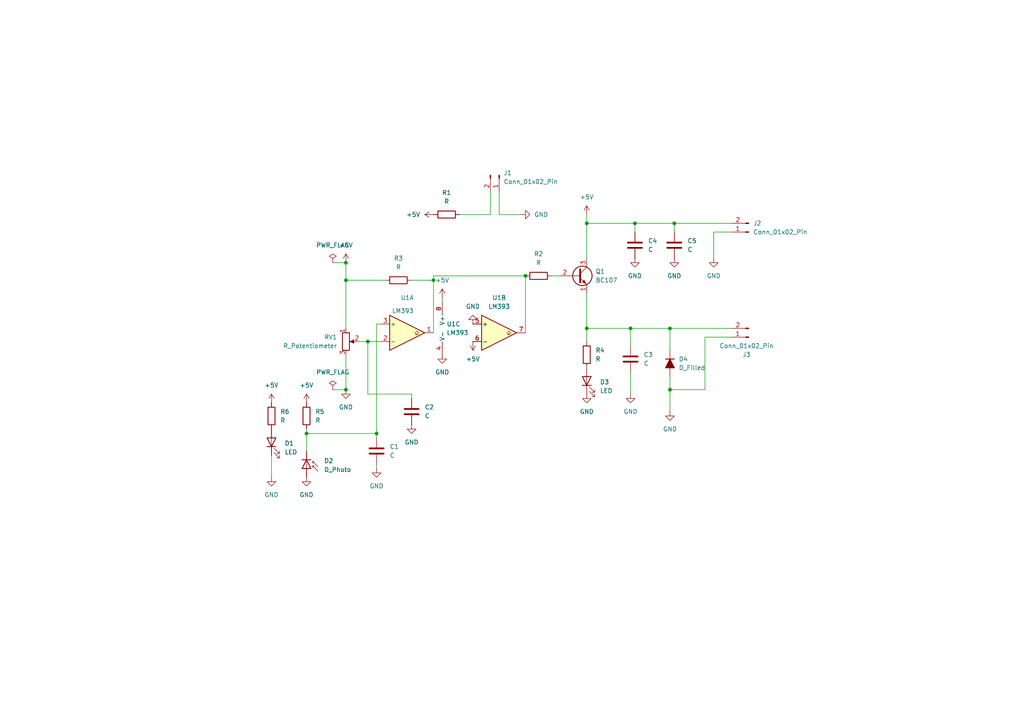
<source format=kicad_sch>
(kicad_sch
	(version 20250114)
	(generator "eeschema")
	(generator_version "9.0")
	(uuid "4dc6cd91-aff0-4d0f-a3d8-a253279f66da")
	(paper "A4")
	(lib_symbols
		(symbol "Comparator:LM393"
			(pin_names
				(offset 0.127)
			)
			(exclude_from_sim no)
			(in_bom yes)
			(on_board yes)
			(property "Reference" "U"
				(at 3.81 3.81 0)
				(effects
					(font
						(size 1.27 1.27)
					)
				)
			)
			(property "Value" "LM393"
				(at 6.35 -3.81 0)
				(effects
					(font
						(size 1.27 1.27)
					)
				)
			)
			(property "Footprint" ""
				(at 0 0 0)
				(effects
					(font
						(size 1.27 1.27)
					)
					(hide yes)
				)
			)
			(property "Datasheet" "http://www.ti.com/lit/ds/symlink/lm393.pdf"
				(at 0 0 0)
				(effects
					(font
						(size 1.27 1.27)
					)
					(hide yes)
				)
			)
			(property "Description" "Low-Power, Low-Offset Voltage, Dual Comparators, DIP-8/SOIC-8/TO-99-8"
				(at 0 0 0)
				(effects
					(font
						(size 1.27 1.27)
					)
					(hide yes)
				)
			)
			(property "ki_locked" ""
				(at 0 0 0)
				(effects
					(font
						(size 1.27 1.27)
					)
				)
			)
			(property "ki_keywords" "cmp open collector"
				(at 0 0 0)
				(effects
					(font
						(size 1.27 1.27)
					)
					(hide yes)
				)
			)
			(property "ki_fp_filters" "SOIC*3.9x4.9mm*P1.27mm* DIP*W7.62mm* SOP*5.28x5.23mm*P1.27mm* VSSOP*3x3mm*P0.65mm* TSSOP*4.4x3mm*P0.65mm*"
				(at 0 0 0)
				(effects
					(font
						(size 1.27 1.27)
					)
					(hide yes)
				)
			)
			(symbol "LM393_1_1"
				(polyline
					(pts
						(xy -5.08 5.08) (xy 5.08 0) (xy -5.08 -5.08) (xy -5.08 5.08)
					)
					(stroke
						(width 0.254)
						(type default)
					)
					(fill
						(type background)
					)
				)
				(polyline
					(pts
						(xy 3.302 -0.508) (xy 2.794 -0.508) (xy 3.302 0) (xy 2.794 0.508) (xy 2.286 0) (xy 2.794 -0.508)
						(xy 2.286 -0.508)
					)
					(stroke
						(width 0.127)
						(type default)
					)
					(fill
						(type none)
					)
				)
				(pin input line
					(at -7.62 2.54 0)
					(length 2.54)
					(name "+"
						(effects
							(font
								(size 1.27 1.27)
							)
						)
					)
					(number "3"
						(effects
							(font
								(size 1.27 1.27)
							)
						)
					)
				)
				(pin input line
					(at -7.62 -2.54 0)
					(length 2.54)
					(name "-"
						(effects
							(font
								(size 1.27 1.27)
							)
						)
					)
					(number "2"
						(effects
							(font
								(size 1.27 1.27)
							)
						)
					)
				)
				(pin open_collector line
					(at 7.62 0 180)
					(length 2.54)
					(name "~"
						(effects
							(font
								(size 1.27 1.27)
							)
						)
					)
					(number "1"
						(effects
							(font
								(size 1.27 1.27)
							)
						)
					)
				)
			)
			(symbol "LM393_2_1"
				(polyline
					(pts
						(xy -5.08 5.08) (xy 5.08 0) (xy -5.08 -5.08) (xy -5.08 5.08)
					)
					(stroke
						(width 0.254)
						(type default)
					)
					(fill
						(type background)
					)
				)
				(polyline
					(pts
						(xy 3.302 -0.508) (xy 2.794 -0.508) (xy 3.302 0) (xy 2.794 0.508) (xy 2.286 0) (xy 2.794 -0.508)
						(xy 2.286 -0.508)
					)
					(stroke
						(width 0.127)
						(type default)
					)
					(fill
						(type none)
					)
				)
				(pin input line
					(at -7.62 2.54 0)
					(length 2.54)
					(name "+"
						(effects
							(font
								(size 1.27 1.27)
							)
						)
					)
					(number "5"
						(effects
							(font
								(size 1.27 1.27)
							)
						)
					)
				)
				(pin input line
					(at -7.62 -2.54 0)
					(length 2.54)
					(name "-"
						(effects
							(font
								(size 1.27 1.27)
							)
						)
					)
					(number "6"
						(effects
							(font
								(size 1.27 1.27)
							)
						)
					)
				)
				(pin open_collector line
					(at 7.62 0 180)
					(length 2.54)
					(name "~"
						(effects
							(font
								(size 1.27 1.27)
							)
						)
					)
					(number "7"
						(effects
							(font
								(size 1.27 1.27)
							)
						)
					)
				)
			)
			(symbol "LM393_3_1"
				(pin power_in line
					(at -2.54 7.62 270)
					(length 3.81)
					(name "V+"
						(effects
							(font
								(size 1.27 1.27)
							)
						)
					)
					(number "8"
						(effects
							(font
								(size 1.27 1.27)
							)
						)
					)
				)
				(pin power_in line
					(at -2.54 -7.62 90)
					(length 3.81)
					(name "V-"
						(effects
							(font
								(size 1.27 1.27)
							)
						)
					)
					(number "4"
						(effects
							(font
								(size 1.27 1.27)
							)
						)
					)
				)
			)
			(embedded_fonts no)
		)
		(symbol "Connector:Conn_01x02_Pin"
			(pin_names
				(offset 1.016)
				(hide yes)
			)
			(exclude_from_sim no)
			(in_bom yes)
			(on_board yes)
			(property "Reference" "J"
				(at 0 2.54 0)
				(effects
					(font
						(size 1.27 1.27)
					)
				)
			)
			(property "Value" "Conn_01x02_Pin"
				(at 0 -5.08 0)
				(effects
					(font
						(size 1.27 1.27)
					)
				)
			)
			(property "Footprint" ""
				(at 0 0 0)
				(effects
					(font
						(size 1.27 1.27)
					)
					(hide yes)
				)
			)
			(property "Datasheet" "~"
				(at 0 0 0)
				(effects
					(font
						(size 1.27 1.27)
					)
					(hide yes)
				)
			)
			(property "Description" "Generic connector, single row, 01x02, script generated"
				(at 0 0 0)
				(effects
					(font
						(size 1.27 1.27)
					)
					(hide yes)
				)
			)
			(property "ki_locked" ""
				(at 0 0 0)
				(effects
					(font
						(size 1.27 1.27)
					)
				)
			)
			(property "ki_keywords" "connector"
				(at 0 0 0)
				(effects
					(font
						(size 1.27 1.27)
					)
					(hide yes)
				)
			)
			(property "ki_fp_filters" "Connector*:*_1x??_*"
				(at 0 0 0)
				(effects
					(font
						(size 1.27 1.27)
					)
					(hide yes)
				)
			)
			(symbol "Conn_01x02_Pin_1_1"
				(rectangle
					(start 0.8636 0.127)
					(end 0 -0.127)
					(stroke
						(width 0.1524)
						(type default)
					)
					(fill
						(type outline)
					)
				)
				(rectangle
					(start 0.8636 -2.413)
					(end 0 -2.667)
					(stroke
						(width 0.1524)
						(type default)
					)
					(fill
						(type outline)
					)
				)
				(polyline
					(pts
						(xy 1.27 0) (xy 0.8636 0)
					)
					(stroke
						(width 0.1524)
						(type default)
					)
					(fill
						(type none)
					)
				)
				(polyline
					(pts
						(xy 1.27 -2.54) (xy 0.8636 -2.54)
					)
					(stroke
						(width 0.1524)
						(type default)
					)
					(fill
						(type none)
					)
				)
				(pin passive line
					(at 5.08 0 180)
					(length 3.81)
					(name "Pin_1"
						(effects
							(font
								(size 1.27 1.27)
							)
						)
					)
					(number "1"
						(effects
							(font
								(size 1.27 1.27)
							)
						)
					)
				)
				(pin passive line
					(at 5.08 -2.54 180)
					(length 3.81)
					(name "Pin_2"
						(effects
							(font
								(size 1.27 1.27)
							)
						)
					)
					(number "2"
						(effects
							(font
								(size 1.27 1.27)
							)
						)
					)
				)
			)
			(embedded_fonts no)
		)
		(symbol "Device:C"
			(pin_numbers
				(hide yes)
			)
			(pin_names
				(offset 0.254)
			)
			(exclude_from_sim no)
			(in_bom yes)
			(on_board yes)
			(property "Reference" "C"
				(at 0.635 2.54 0)
				(effects
					(font
						(size 1.27 1.27)
					)
					(justify left)
				)
			)
			(property "Value" "C"
				(at 0.635 -2.54 0)
				(effects
					(font
						(size 1.27 1.27)
					)
					(justify left)
				)
			)
			(property "Footprint" ""
				(at 0.9652 -3.81 0)
				(effects
					(font
						(size 1.27 1.27)
					)
					(hide yes)
				)
			)
			(property "Datasheet" "~"
				(at 0 0 0)
				(effects
					(font
						(size 1.27 1.27)
					)
					(hide yes)
				)
			)
			(property "Description" "Unpolarized capacitor"
				(at 0 0 0)
				(effects
					(font
						(size 1.27 1.27)
					)
					(hide yes)
				)
			)
			(property "ki_keywords" "cap capacitor"
				(at 0 0 0)
				(effects
					(font
						(size 1.27 1.27)
					)
					(hide yes)
				)
			)
			(property "ki_fp_filters" "C_*"
				(at 0 0 0)
				(effects
					(font
						(size 1.27 1.27)
					)
					(hide yes)
				)
			)
			(symbol "C_0_1"
				(polyline
					(pts
						(xy -2.032 0.762) (xy 2.032 0.762)
					)
					(stroke
						(width 0.508)
						(type default)
					)
					(fill
						(type none)
					)
				)
				(polyline
					(pts
						(xy -2.032 -0.762) (xy 2.032 -0.762)
					)
					(stroke
						(width 0.508)
						(type default)
					)
					(fill
						(type none)
					)
				)
			)
			(symbol "C_1_1"
				(pin passive line
					(at 0 3.81 270)
					(length 2.794)
					(name "~"
						(effects
							(font
								(size 1.27 1.27)
							)
						)
					)
					(number "1"
						(effects
							(font
								(size 1.27 1.27)
							)
						)
					)
				)
				(pin passive line
					(at 0 -3.81 90)
					(length 2.794)
					(name "~"
						(effects
							(font
								(size 1.27 1.27)
							)
						)
					)
					(number "2"
						(effects
							(font
								(size 1.27 1.27)
							)
						)
					)
				)
			)
			(embedded_fonts no)
		)
		(symbol "Device:D_Filled"
			(pin_numbers
				(hide yes)
			)
			(pin_names
				(offset 1.016)
				(hide yes)
			)
			(exclude_from_sim no)
			(in_bom yes)
			(on_board yes)
			(property "Reference" "D"
				(at 0 2.54 0)
				(effects
					(font
						(size 1.27 1.27)
					)
				)
			)
			(property "Value" "D_Filled"
				(at 0 -2.54 0)
				(effects
					(font
						(size 1.27 1.27)
					)
				)
			)
			(property "Footprint" ""
				(at 0 0 0)
				(effects
					(font
						(size 1.27 1.27)
					)
					(hide yes)
				)
			)
			(property "Datasheet" "~"
				(at 0 0 0)
				(effects
					(font
						(size 1.27 1.27)
					)
					(hide yes)
				)
			)
			(property "Description" "Diode, filled shape"
				(at 0 0 0)
				(effects
					(font
						(size 1.27 1.27)
					)
					(hide yes)
				)
			)
			(property "Sim.Device" "D"
				(at 0 0 0)
				(effects
					(font
						(size 1.27 1.27)
					)
					(hide yes)
				)
			)
			(property "Sim.Pins" "1=K 2=A"
				(at 0 0 0)
				(effects
					(font
						(size 1.27 1.27)
					)
					(hide yes)
				)
			)
			(property "ki_keywords" "diode"
				(at 0 0 0)
				(effects
					(font
						(size 1.27 1.27)
					)
					(hide yes)
				)
			)
			(property "ki_fp_filters" "TO-???* *_Diode_* *SingleDiode* D_*"
				(at 0 0 0)
				(effects
					(font
						(size 1.27 1.27)
					)
					(hide yes)
				)
			)
			(symbol "D_Filled_0_1"
				(polyline
					(pts
						(xy -1.27 1.27) (xy -1.27 -1.27)
					)
					(stroke
						(width 0.254)
						(type default)
					)
					(fill
						(type none)
					)
				)
				(polyline
					(pts
						(xy 1.27 1.27) (xy 1.27 -1.27) (xy -1.27 0) (xy 1.27 1.27)
					)
					(stroke
						(width 0.254)
						(type default)
					)
					(fill
						(type outline)
					)
				)
				(polyline
					(pts
						(xy 1.27 0) (xy -1.27 0)
					)
					(stroke
						(width 0)
						(type default)
					)
					(fill
						(type none)
					)
				)
			)
			(symbol "D_Filled_1_1"
				(pin passive line
					(at -3.81 0 0)
					(length 2.54)
					(name "K"
						(effects
							(font
								(size 1.27 1.27)
							)
						)
					)
					(number "1"
						(effects
							(font
								(size 1.27 1.27)
							)
						)
					)
				)
				(pin passive line
					(at 3.81 0 180)
					(length 2.54)
					(name "A"
						(effects
							(font
								(size 1.27 1.27)
							)
						)
					)
					(number "2"
						(effects
							(font
								(size 1.27 1.27)
							)
						)
					)
				)
			)
			(embedded_fonts no)
		)
		(symbol "Device:D_Photo"
			(pin_numbers
				(hide yes)
			)
			(pin_names
				(hide yes)
			)
			(exclude_from_sim no)
			(in_bom yes)
			(on_board yes)
			(property "Reference" "D"
				(at 0.508 1.778 0)
				(effects
					(font
						(size 1.27 1.27)
					)
					(justify left)
				)
			)
			(property "Value" "D_Photo"
				(at -1.016 -2.794 0)
				(effects
					(font
						(size 1.27 1.27)
					)
				)
			)
			(property "Footprint" ""
				(at -1.27 0 0)
				(effects
					(font
						(size 1.27 1.27)
					)
					(hide yes)
				)
			)
			(property "Datasheet" "~"
				(at -1.27 0 0)
				(effects
					(font
						(size 1.27 1.27)
					)
					(hide yes)
				)
			)
			(property "Description" "Photodiode"
				(at 0 0 0)
				(effects
					(font
						(size 1.27 1.27)
					)
					(hide yes)
				)
			)
			(property "ki_keywords" "photodiode diode opto"
				(at 0 0 0)
				(effects
					(font
						(size 1.27 1.27)
					)
					(hide yes)
				)
			)
			(symbol "D_Photo_0_1"
				(polyline
					(pts
						(xy -2.54 1.27) (xy -2.54 -1.27)
					)
					(stroke
						(width 0.254)
						(type default)
					)
					(fill
						(type none)
					)
				)
				(polyline
					(pts
						(xy -2.032 1.778) (xy -1.524 1.778)
					)
					(stroke
						(width 0)
						(type default)
					)
					(fill
						(type none)
					)
				)
				(polyline
					(pts
						(xy -0.508 3.302) (xy -2.032 1.778) (xy -2.032 2.286)
					)
					(stroke
						(width 0)
						(type default)
					)
					(fill
						(type none)
					)
				)
				(polyline
					(pts
						(xy 0 0) (xy -2.54 0)
					)
					(stroke
						(width 0)
						(type default)
					)
					(fill
						(type none)
					)
				)
				(polyline
					(pts
						(xy 0 -1.27) (xy 0 1.27) (xy -2.54 0) (xy 0 -1.27)
					)
					(stroke
						(width 0.254)
						(type default)
					)
					(fill
						(type none)
					)
				)
				(polyline
					(pts
						(xy 0.762 3.302) (xy -0.762 1.778) (xy -0.762 2.286) (xy -0.762 1.778) (xy -0.254 1.778)
					)
					(stroke
						(width 0)
						(type default)
					)
					(fill
						(type none)
					)
				)
			)
			(symbol "D_Photo_1_1"
				(pin passive line
					(at -5.08 0 0)
					(length 2.54)
					(name "K"
						(effects
							(font
								(size 1.27 1.27)
							)
						)
					)
					(number "1"
						(effects
							(font
								(size 1.27 1.27)
							)
						)
					)
				)
				(pin passive line
					(at 2.54 0 180)
					(length 2.54)
					(name "A"
						(effects
							(font
								(size 1.27 1.27)
							)
						)
					)
					(number "2"
						(effects
							(font
								(size 1.27 1.27)
							)
						)
					)
				)
			)
			(embedded_fonts no)
		)
		(symbol "Device:LED"
			(pin_numbers
				(hide yes)
			)
			(pin_names
				(offset 1.016)
				(hide yes)
			)
			(exclude_from_sim no)
			(in_bom yes)
			(on_board yes)
			(property "Reference" "D"
				(at 0 2.54 0)
				(effects
					(font
						(size 1.27 1.27)
					)
				)
			)
			(property "Value" "LED"
				(at 0 -2.54 0)
				(effects
					(font
						(size 1.27 1.27)
					)
				)
			)
			(property "Footprint" ""
				(at 0 0 0)
				(effects
					(font
						(size 1.27 1.27)
					)
					(hide yes)
				)
			)
			(property "Datasheet" "~"
				(at 0 0 0)
				(effects
					(font
						(size 1.27 1.27)
					)
					(hide yes)
				)
			)
			(property "Description" "Light emitting diode"
				(at 0 0 0)
				(effects
					(font
						(size 1.27 1.27)
					)
					(hide yes)
				)
			)
			(property "Sim.Pins" "1=K 2=A"
				(at 0 0 0)
				(effects
					(font
						(size 1.27 1.27)
					)
					(hide yes)
				)
			)
			(property "ki_keywords" "LED diode"
				(at 0 0 0)
				(effects
					(font
						(size 1.27 1.27)
					)
					(hide yes)
				)
			)
			(property "ki_fp_filters" "LED* LED_SMD:* LED_THT:*"
				(at 0 0 0)
				(effects
					(font
						(size 1.27 1.27)
					)
					(hide yes)
				)
			)
			(symbol "LED_0_1"
				(polyline
					(pts
						(xy -3.048 -0.762) (xy -4.572 -2.286) (xy -3.81 -2.286) (xy -4.572 -2.286) (xy -4.572 -1.524)
					)
					(stroke
						(width 0)
						(type default)
					)
					(fill
						(type none)
					)
				)
				(polyline
					(pts
						(xy -1.778 -0.762) (xy -3.302 -2.286) (xy -2.54 -2.286) (xy -3.302 -2.286) (xy -3.302 -1.524)
					)
					(stroke
						(width 0)
						(type default)
					)
					(fill
						(type none)
					)
				)
				(polyline
					(pts
						(xy -1.27 0) (xy 1.27 0)
					)
					(stroke
						(width 0)
						(type default)
					)
					(fill
						(type none)
					)
				)
				(polyline
					(pts
						(xy -1.27 -1.27) (xy -1.27 1.27)
					)
					(stroke
						(width 0.254)
						(type default)
					)
					(fill
						(type none)
					)
				)
				(polyline
					(pts
						(xy 1.27 -1.27) (xy 1.27 1.27) (xy -1.27 0) (xy 1.27 -1.27)
					)
					(stroke
						(width 0.254)
						(type default)
					)
					(fill
						(type none)
					)
				)
			)
			(symbol "LED_1_1"
				(pin passive line
					(at -3.81 0 0)
					(length 2.54)
					(name "K"
						(effects
							(font
								(size 1.27 1.27)
							)
						)
					)
					(number "1"
						(effects
							(font
								(size 1.27 1.27)
							)
						)
					)
				)
				(pin passive line
					(at 3.81 0 180)
					(length 2.54)
					(name "A"
						(effects
							(font
								(size 1.27 1.27)
							)
						)
					)
					(number "2"
						(effects
							(font
								(size 1.27 1.27)
							)
						)
					)
				)
			)
			(embedded_fonts no)
		)
		(symbol "Device:R"
			(pin_numbers
				(hide yes)
			)
			(pin_names
				(offset 0)
			)
			(exclude_from_sim no)
			(in_bom yes)
			(on_board yes)
			(property "Reference" "R"
				(at 2.032 0 90)
				(effects
					(font
						(size 1.27 1.27)
					)
				)
			)
			(property "Value" "R"
				(at 0 0 90)
				(effects
					(font
						(size 1.27 1.27)
					)
				)
			)
			(property "Footprint" ""
				(at -1.778 0 90)
				(effects
					(font
						(size 1.27 1.27)
					)
					(hide yes)
				)
			)
			(property "Datasheet" "~"
				(at 0 0 0)
				(effects
					(font
						(size 1.27 1.27)
					)
					(hide yes)
				)
			)
			(property "Description" "Resistor"
				(at 0 0 0)
				(effects
					(font
						(size 1.27 1.27)
					)
					(hide yes)
				)
			)
			(property "ki_keywords" "R res resistor"
				(at 0 0 0)
				(effects
					(font
						(size 1.27 1.27)
					)
					(hide yes)
				)
			)
			(property "ki_fp_filters" "R_*"
				(at 0 0 0)
				(effects
					(font
						(size 1.27 1.27)
					)
					(hide yes)
				)
			)
			(symbol "R_0_1"
				(rectangle
					(start -1.016 -2.54)
					(end 1.016 2.54)
					(stroke
						(width 0.254)
						(type default)
					)
					(fill
						(type none)
					)
				)
			)
			(symbol "R_1_1"
				(pin passive line
					(at 0 3.81 270)
					(length 1.27)
					(name "~"
						(effects
							(font
								(size 1.27 1.27)
							)
						)
					)
					(number "1"
						(effects
							(font
								(size 1.27 1.27)
							)
						)
					)
				)
				(pin passive line
					(at 0 -3.81 90)
					(length 1.27)
					(name "~"
						(effects
							(font
								(size 1.27 1.27)
							)
						)
					)
					(number "2"
						(effects
							(font
								(size 1.27 1.27)
							)
						)
					)
				)
			)
			(embedded_fonts no)
		)
		(symbol "Device:R_Potentiometer"
			(pin_names
				(offset 1.016)
				(hide yes)
			)
			(exclude_from_sim no)
			(in_bom yes)
			(on_board yes)
			(property "Reference" "RV"
				(at -4.445 0 90)
				(effects
					(font
						(size 1.27 1.27)
					)
				)
			)
			(property "Value" "R_Potentiometer"
				(at -2.54 0 90)
				(effects
					(font
						(size 1.27 1.27)
					)
				)
			)
			(property "Footprint" ""
				(at 0 0 0)
				(effects
					(font
						(size 1.27 1.27)
					)
					(hide yes)
				)
			)
			(property "Datasheet" "~"
				(at 0 0 0)
				(effects
					(font
						(size 1.27 1.27)
					)
					(hide yes)
				)
			)
			(property "Description" "Potentiometer"
				(at 0 0 0)
				(effects
					(font
						(size 1.27 1.27)
					)
					(hide yes)
				)
			)
			(property "ki_keywords" "resistor variable"
				(at 0 0 0)
				(effects
					(font
						(size 1.27 1.27)
					)
					(hide yes)
				)
			)
			(property "ki_fp_filters" "Potentiometer*"
				(at 0 0 0)
				(effects
					(font
						(size 1.27 1.27)
					)
					(hide yes)
				)
			)
			(symbol "R_Potentiometer_0_1"
				(rectangle
					(start 1.016 2.54)
					(end -1.016 -2.54)
					(stroke
						(width 0.254)
						(type default)
					)
					(fill
						(type none)
					)
				)
				(polyline
					(pts
						(xy 1.143 0) (xy 2.286 0.508) (xy 2.286 -0.508) (xy 1.143 0)
					)
					(stroke
						(width 0)
						(type default)
					)
					(fill
						(type outline)
					)
				)
				(polyline
					(pts
						(xy 2.54 0) (xy 1.524 0)
					)
					(stroke
						(width 0)
						(type default)
					)
					(fill
						(type none)
					)
				)
			)
			(symbol "R_Potentiometer_1_1"
				(pin passive line
					(at 0 3.81 270)
					(length 1.27)
					(name "1"
						(effects
							(font
								(size 1.27 1.27)
							)
						)
					)
					(number "1"
						(effects
							(font
								(size 1.27 1.27)
							)
						)
					)
				)
				(pin passive line
					(at 0 -3.81 90)
					(length 1.27)
					(name "3"
						(effects
							(font
								(size 1.27 1.27)
							)
						)
					)
					(number "3"
						(effects
							(font
								(size 1.27 1.27)
							)
						)
					)
				)
				(pin passive line
					(at 3.81 0 180)
					(length 1.27)
					(name "2"
						(effects
							(font
								(size 1.27 1.27)
							)
						)
					)
					(number "2"
						(effects
							(font
								(size 1.27 1.27)
							)
						)
					)
				)
			)
			(embedded_fonts no)
		)
		(symbol "Transistor_BJT:BC107"
			(pin_names
				(offset 0)
				(hide yes)
			)
			(exclude_from_sim no)
			(in_bom yes)
			(on_board yes)
			(property "Reference" "Q"
				(at 5.08 1.905 0)
				(effects
					(font
						(size 1.27 1.27)
					)
					(justify left)
				)
			)
			(property "Value" "BC107"
				(at 5.08 0 0)
				(effects
					(font
						(size 1.27 1.27)
					)
					(justify left)
				)
			)
			(property "Footprint" "Package_TO_SOT_THT:TO-18-3"
				(at 5.08 -1.905 0)
				(effects
					(font
						(size 1.27 1.27)
						(italic yes)
					)
					(justify left)
					(hide yes)
				)
			)
			(property "Datasheet" "http://www.b-kainka.de/Daten/Transistor/BC108.pdf"
				(at 0 0 0)
				(effects
					(font
						(size 1.27 1.27)
					)
					(justify left)
					(hide yes)
				)
			)
			(property "Description" "0.1A Ic, 50V Vce, Low Noise General Purpose NPN Transistor, TO-18"
				(at 0 0 0)
				(effects
					(font
						(size 1.27 1.27)
					)
					(hide yes)
				)
			)
			(property "ki_keywords" "NPN low noise transistor"
				(at 0 0 0)
				(effects
					(font
						(size 1.27 1.27)
					)
					(hide yes)
				)
			)
			(property "ki_fp_filters" "TO?18*"
				(at 0 0 0)
				(effects
					(font
						(size 1.27 1.27)
					)
					(hide yes)
				)
			)
			(symbol "BC107_0_1"
				(polyline
					(pts
						(xy -2.54 0) (xy 0.635 0)
					)
					(stroke
						(width 0)
						(type default)
					)
					(fill
						(type none)
					)
				)
				(polyline
					(pts
						(xy 0.635 1.905) (xy 0.635 -1.905)
					)
					(stroke
						(width 0.508)
						(type default)
					)
					(fill
						(type none)
					)
				)
				(circle
					(center 1.27 0)
					(radius 2.8194)
					(stroke
						(width 0.254)
						(type default)
					)
					(fill
						(type none)
					)
				)
			)
			(symbol "BC107_1_1"
				(polyline
					(pts
						(xy 0.635 0.635) (xy 2.54 2.54)
					)
					(stroke
						(width 0)
						(type default)
					)
					(fill
						(type none)
					)
				)
				(polyline
					(pts
						(xy 0.635 -0.635) (xy 2.54 -2.54)
					)
					(stroke
						(width 0)
						(type default)
					)
					(fill
						(type none)
					)
				)
				(polyline
					(pts
						(xy 1.27 -1.778) (xy 1.778 -1.27) (xy 2.286 -2.286) (xy 1.27 -1.778)
					)
					(stroke
						(width 0)
						(type default)
					)
					(fill
						(type outline)
					)
				)
				(pin input line
					(at -5.08 0 0)
					(length 2.54)
					(name "B"
						(effects
							(font
								(size 1.27 1.27)
							)
						)
					)
					(number "2"
						(effects
							(font
								(size 1.27 1.27)
							)
						)
					)
				)
				(pin passive line
					(at 2.54 5.08 270)
					(length 2.54)
					(name "C"
						(effects
							(font
								(size 1.27 1.27)
							)
						)
					)
					(number "3"
						(effects
							(font
								(size 1.27 1.27)
							)
						)
					)
				)
				(pin passive line
					(at 2.54 -5.08 90)
					(length 2.54)
					(name "E"
						(effects
							(font
								(size 1.27 1.27)
							)
						)
					)
					(number "1"
						(effects
							(font
								(size 1.27 1.27)
							)
						)
					)
				)
			)
			(embedded_fonts no)
		)
		(symbol "power:+5V"
			(power)
			(pin_numbers
				(hide yes)
			)
			(pin_names
				(offset 0)
				(hide yes)
			)
			(exclude_from_sim no)
			(in_bom yes)
			(on_board yes)
			(property "Reference" "#PWR"
				(at 0 -3.81 0)
				(effects
					(font
						(size 1.27 1.27)
					)
					(hide yes)
				)
			)
			(property "Value" "+5V"
				(at 0 3.556 0)
				(effects
					(font
						(size 1.27 1.27)
					)
				)
			)
			(property "Footprint" ""
				(at 0 0 0)
				(effects
					(font
						(size 1.27 1.27)
					)
					(hide yes)
				)
			)
			(property "Datasheet" ""
				(at 0 0 0)
				(effects
					(font
						(size 1.27 1.27)
					)
					(hide yes)
				)
			)
			(property "Description" "Power symbol creates a global label with name \"+5V\""
				(at 0 0 0)
				(effects
					(font
						(size 1.27 1.27)
					)
					(hide yes)
				)
			)
			(property "ki_keywords" "global power"
				(at 0 0 0)
				(effects
					(font
						(size 1.27 1.27)
					)
					(hide yes)
				)
			)
			(symbol "+5V_0_1"
				(polyline
					(pts
						(xy -0.762 1.27) (xy 0 2.54)
					)
					(stroke
						(width 0)
						(type default)
					)
					(fill
						(type none)
					)
				)
				(polyline
					(pts
						(xy 0 2.54) (xy 0.762 1.27)
					)
					(stroke
						(width 0)
						(type default)
					)
					(fill
						(type none)
					)
				)
				(polyline
					(pts
						(xy 0 0) (xy 0 2.54)
					)
					(stroke
						(width 0)
						(type default)
					)
					(fill
						(type none)
					)
				)
			)
			(symbol "+5V_1_1"
				(pin power_in line
					(at 0 0 90)
					(length 0)
					(name "~"
						(effects
							(font
								(size 1.27 1.27)
							)
						)
					)
					(number "1"
						(effects
							(font
								(size 1.27 1.27)
							)
						)
					)
				)
			)
			(embedded_fonts no)
		)
		(symbol "power:GND"
			(power)
			(pin_numbers
				(hide yes)
			)
			(pin_names
				(offset 0)
				(hide yes)
			)
			(exclude_from_sim no)
			(in_bom yes)
			(on_board yes)
			(property "Reference" "#PWR"
				(at 0 -6.35 0)
				(effects
					(font
						(size 1.27 1.27)
					)
					(hide yes)
				)
			)
			(property "Value" "GND"
				(at 0 -3.81 0)
				(effects
					(font
						(size 1.27 1.27)
					)
				)
			)
			(property "Footprint" ""
				(at 0 0 0)
				(effects
					(font
						(size 1.27 1.27)
					)
					(hide yes)
				)
			)
			(property "Datasheet" ""
				(at 0 0 0)
				(effects
					(font
						(size 1.27 1.27)
					)
					(hide yes)
				)
			)
			(property "Description" "Power symbol creates a global label with name \"GND\" , ground"
				(at 0 0 0)
				(effects
					(font
						(size 1.27 1.27)
					)
					(hide yes)
				)
			)
			(property "ki_keywords" "global power"
				(at 0 0 0)
				(effects
					(font
						(size 1.27 1.27)
					)
					(hide yes)
				)
			)
			(symbol "GND_0_1"
				(polyline
					(pts
						(xy 0 0) (xy 0 -1.27) (xy 1.27 -1.27) (xy 0 -2.54) (xy -1.27 -1.27) (xy 0 -1.27)
					)
					(stroke
						(width 0)
						(type default)
					)
					(fill
						(type none)
					)
				)
			)
			(symbol "GND_1_1"
				(pin power_in line
					(at 0 0 270)
					(length 0)
					(name "~"
						(effects
							(font
								(size 1.27 1.27)
							)
						)
					)
					(number "1"
						(effects
							(font
								(size 1.27 1.27)
							)
						)
					)
				)
			)
			(embedded_fonts no)
		)
		(symbol "power:PWR_FLAG"
			(power)
			(pin_numbers
				(hide yes)
			)
			(pin_names
				(offset 0)
				(hide yes)
			)
			(exclude_from_sim no)
			(in_bom yes)
			(on_board yes)
			(property "Reference" "#FLG"
				(at 0 1.905 0)
				(effects
					(font
						(size 1.27 1.27)
					)
					(hide yes)
				)
			)
			(property "Value" "PWR_FLAG"
				(at 0 3.81 0)
				(effects
					(font
						(size 1.27 1.27)
					)
				)
			)
			(property "Footprint" ""
				(at 0 0 0)
				(effects
					(font
						(size 1.27 1.27)
					)
					(hide yes)
				)
			)
			(property "Datasheet" "~"
				(at 0 0 0)
				(effects
					(font
						(size 1.27 1.27)
					)
					(hide yes)
				)
			)
			(property "Description" "Special symbol for telling ERC where power comes from"
				(at 0 0 0)
				(effects
					(font
						(size 1.27 1.27)
					)
					(hide yes)
				)
			)
			(property "ki_keywords" "flag power"
				(at 0 0 0)
				(effects
					(font
						(size 1.27 1.27)
					)
					(hide yes)
				)
			)
			(symbol "PWR_FLAG_0_0"
				(pin power_out line
					(at 0 0 90)
					(length 0)
					(name "~"
						(effects
							(font
								(size 1.27 1.27)
							)
						)
					)
					(number "1"
						(effects
							(font
								(size 1.27 1.27)
							)
						)
					)
				)
			)
			(symbol "PWR_FLAG_0_1"
				(polyline
					(pts
						(xy 0 0) (xy 0 1.27) (xy -1.016 1.905) (xy 0 2.54) (xy 1.016 1.905) (xy 0 1.27)
					)
					(stroke
						(width 0)
						(type default)
					)
					(fill
						(type none)
					)
				)
			)
			(embedded_fonts no)
		)
	)
	(junction
		(at 194.31 113.03)
		(diameter 0)
		(color 0 0 0 0)
		(uuid "06f4fc55-2020-4e92-bdf2-67a0b232d914")
	)
	(junction
		(at 170.18 95.25)
		(diameter 0)
		(color 0 0 0 0)
		(uuid "2b445889-cbf3-4af3-bc47-c45e3dacbdc6")
	)
	(junction
		(at 109.22 125.73)
		(diameter 0)
		(color 0 0 0 0)
		(uuid "35cb132d-1175-4e88-b761-8d9588eda88d")
	)
	(junction
		(at 100.33 113.03)
		(diameter 0)
		(color 0 0 0 0)
		(uuid "3eea137f-0c60-42f5-862d-e15e66527f04")
	)
	(junction
		(at 195.58 64.77)
		(diameter 0)
		(color 0 0 0 0)
		(uuid "50249a9c-21d7-4398-a2c8-20514d3fa687")
	)
	(junction
		(at 106.68 99.06)
		(diameter 0)
		(color 0 0 0 0)
		(uuid "5e4fcaad-93e3-4543-84bc-9b1ccdfdaf52")
	)
	(junction
		(at 100.33 76.2)
		(diameter 0)
		(color 0 0 0 0)
		(uuid "6a7cdc2d-995a-4ce2-a49b-638460e86f2b")
	)
	(junction
		(at 100.33 81.28)
		(diameter 0)
		(color 0 0 0 0)
		(uuid "8e4f6fbe-9666-4c13-8697-e7704165728d")
	)
	(junction
		(at 125.73 81.28)
		(diameter 0)
		(color 0 0 0 0)
		(uuid "9aa8145d-dbc6-4c86-963a-896c912e3d7b")
	)
	(junction
		(at 182.88 95.25)
		(diameter 0)
		(color 0 0 0 0)
		(uuid "a5ec4a7a-bbb2-479c-b28d-5be2eadfb58e")
	)
	(junction
		(at 152.4 80.01)
		(diameter 0)
		(color 0 0 0 0)
		(uuid "d828f299-0540-498f-883b-5bfc8304383c")
	)
	(junction
		(at 170.18 64.77)
		(diameter 0)
		(color 0 0 0 0)
		(uuid "d8b6f814-4a7b-440c-ad90-d340180ff876")
	)
	(junction
		(at 194.31 95.25)
		(diameter 0)
		(color 0 0 0 0)
		(uuid "eb8c6044-0273-4bf4-8065-62e4fd6e63e0")
	)
	(junction
		(at 88.9 125.73)
		(diameter 0)
		(color 0 0 0 0)
		(uuid "efaa0feb-52a1-4b02-abca-8f659613f6b1")
	)
	(junction
		(at 184.15 64.77)
		(diameter 0)
		(color 0 0 0 0)
		(uuid "fb39607b-7477-4b5c-b2ae-ace70ec41e96")
	)
	(wire
		(pts
			(xy 184.15 67.31) (xy 184.15 64.77)
		)
		(stroke
			(width 0)
			(type default)
		)
		(uuid "05fa6ea9-de3b-4988-ae4b-07a9b5c74c3a")
	)
	(wire
		(pts
			(xy 170.18 95.25) (xy 170.18 99.06)
		)
		(stroke
			(width 0)
			(type default)
		)
		(uuid "066b0c01-a170-45ee-983d-c5e3a9fd754e")
	)
	(wire
		(pts
			(xy 195.58 64.77) (xy 184.15 64.77)
		)
		(stroke
			(width 0)
			(type default)
		)
		(uuid "0acbc7b5-244f-4849-b651-db99e4e90c3d")
	)
	(wire
		(pts
			(xy 204.47 113.03) (xy 194.31 113.03)
		)
		(stroke
			(width 0)
			(type default)
		)
		(uuid "0c2cfb90-d198-426d-bee9-f1f597a67647")
	)
	(wire
		(pts
			(xy 109.22 135.89) (xy 109.22 134.62)
		)
		(stroke
			(width 0)
			(type default)
		)
		(uuid "1614af07-2cf8-4e9e-9cbb-d7cf31d90771")
	)
	(wire
		(pts
			(xy 88.9 125.73) (xy 88.9 130.81)
		)
		(stroke
			(width 0)
			(type default)
		)
		(uuid "1b75ac97-c01e-42c3-b6a6-b77cc3bae06e")
	)
	(wire
		(pts
			(xy 88.9 124.46) (xy 88.9 125.73)
		)
		(stroke
			(width 0)
			(type default)
		)
		(uuid "21592e1e-24b5-461f-a6f1-c497573ca064")
	)
	(wire
		(pts
			(xy 104.14 99.06) (xy 106.68 99.06)
		)
		(stroke
			(width 0)
			(type default)
		)
		(uuid "25912d77-e28e-427e-bc74-e52be312b2da")
	)
	(wire
		(pts
			(xy 170.18 74.93) (xy 170.18 64.77)
		)
		(stroke
			(width 0)
			(type default)
		)
		(uuid "27f95149-e73d-496c-8e53-6f9bf48e43b4")
	)
	(wire
		(pts
			(xy 204.47 97.79) (xy 204.47 113.03)
		)
		(stroke
			(width 0)
			(type default)
		)
		(uuid "2b3fc931-87dc-4b83-b8ea-b28c6695f334")
	)
	(wire
		(pts
			(xy 142.24 62.23) (xy 133.35 62.23)
		)
		(stroke
			(width 0)
			(type default)
		)
		(uuid "30df2ba5-38b5-48c4-a863-e772c9c95148")
	)
	(wire
		(pts
			(xy 182.88 95.25) (xy 182.88 100.33)
		)
		(stroke
			(width 0)
			(type default)
		)
		(uuid "32c4f2b6-f139-46b5-8454-b008a809b019")
	)
	(wire
		(pts
			(xy 170.18 95.25) (xy 182.88 95.25)
		)
		(stroke
			(width 0)
			(type default)
		)
		(uuid "35c95d24-5396-4f4d-81b7-633d0578b922")
	)
	(wire
		(pts
			(xy 194.31 95.25) (xy 182.88 95.25)
		)
		(stroke
			(width 0)
			(type default)
		)
		(uuid "3b298b46-01da-46e9-a525-c13cc6e8aed4")
	)
	(wire
		(pts
			(xy 170.18 85.09) (xy 170.18 95.25)
		)
		(stroke
			(width 0)
			(type default)
		)
		(uuid "3c6481d6-ae84-4b41-89bd-d154e1c02fbf")
	)
	(wire
		(pts
			(xy 184.15 64.77) (xy 170.18 64.77)
		)
		(stroke
			(width 0)
			(type default)
		)
		(uuid "58605404-3da5-4e9f-873e-dc1a4867c37c")
	)
	(wire
		(pts
			(xy 125.73 81.28) (xy 125.73 96.52)
		)
		(stroke
			(width 0)
			(type default)
		)
		(uuid "5bb4b2d2-423c-4b8c-ac9f-fa8739ca794c")
	)
	(wire
		(pts
			(xy 194.31 101.6) (xy 194.31 95.25)
		)
		(stroke
			(width 0)
			(type default)
		)
		(uuid "5f190093-c2f3-4d77-9480-b214c6887799")
	)
	(wire
		(pts
			(xy 207.01 67.31) (xy 207.01 74.93)
		)
		(stroke
			(width 0)
			(type default)
		)
		(uuid "60f8b110-2977-47ff-8be5-b445a91b3732")
	)
	(wire
		(pts
			(xy 100.33 102.87) (xy 100.33 113.03)
		)
		(stroke
			(width 0)
			(type default)
		)
		(uuid "6757d129-c0bd-42cb-9871-aa753ef9060c")
	)
	(wire
		(pts
			(xy 195.58 67.31) (xy 195.58 64.77)
		)
		(stroke
			(width 0)
			(type default)
		)
		(uuid "69841fb5-b3a0-406e-b270-74049ffadb19")
	)
	(wire
		(pts
			(xy 128.27 86.36) (xy 128.27 87.63)
		)
		(stroke
			(width 0)
			(type default)
		)
		(uuid "6bade4ed-670f-4b8f-bf44-235c67dbefa9")
	)
	(wire
		(pts
			(xy 170.18 62.23) (xy 170.18 64.77)
		)
		(stroke
			(width 0)
			(type default)
		)
		(uuid "6c8a1a5d-186b-409a-8477-6849808a56b5")
	)
	(wire
		(pts
			(xy 152.4 96.52) (xy 152.4 80.01)
		)
		(stroke
			(width 0)
			(type default)
		)
		(uuid "6d023877-0770-4a38-a1c9-37faf53cc82a")
	)
	(wire
		(pts
			(xy 100.33 81.28) (xy 100.33 95.25)
		)
		(stroke
			(width 0)
			(type default)
		)
		(uuid "7790e946-d338-4f32-8096-bfd2bc8aa8c7")
	)
	(wire
		(pts
			(xy 96.52 113.03) (xy 100.33 113.03)
		)
		(stroke
			(width 0)
			(type default)
		)
		(uuid "79eb549a-542e-46d1-afc8-0734edc52c4b")
	)
	(wire
		(pts
			(xy 111.76 81.28) (xy 100.33 81.28)
		)
		(stroke
			(width 0)
			(type default)
		)
		(uuid "7f0af5a2-3e95-43d4-ae69-559a7670e3f4")
	)
	(wire
		(pts
			(xy 100.33 76.2) (xy 100.33 81.28)
		)
		(stroke
			(width 0)
			(type default)
		)
		(uuid "8354c313-22c1-40bd-8e53-097f7a91d2e6")
	)
	(wire
		(pts
			(xy 106.68 114.3) (xy 119.38 114.3)
		)
		(stroke
			(width 0)
			(type default)
		)
		(uuid "87558a39-9a52-44f6-9444-a262cb2931b2")
	)
	(wire
		(pts
			(xy 182.88 107.95) (xy 182.88 114.3)
		)
		(stroke
			(width 0)
			(type default)
		)
		(uuid "8d0e1911-0b6f-40c5-91e3-75b69821330c")
	)
	(wire
		(pts
			(xy 194.31 113.03) (xy 194.31 109.22)
		)
		(stroke
			(width 0)
			(type default)
		)
		(uuid "8d37414b-a599-4be0-9776-e5593b579725")
	)
	(wire
		(pts
			(xy 106.68 99.06) (xy 110.49 99.06)
		)
		(stroke
			(width 0)
			(type default)
		)
		(uuid "934b46ea-66d8-439e-bcd1-5b2264d92c6f")
	)
	(wire
		(pts
			(xy 109.22 125.73) (xy 88.9 125.73)
		)
		(stroke
			(width 0)
			(type default)
		)
		(uuid "97dd529c-cfca-4e89-a98d-1e1e1c642330")
	)
	(wire
		(pts
			(xy 109.22 125.73) (xy 109.22 127)
		)
		(stroke
			(width 0)
			(type default)
		)
		(uuid "9bee2eb8-c6c3-41ef-90cc-1792edcdc477")
	)
	(wire
		(pts
			(xy 162.56 80.01) (xy 160.02 80.01)
		)
		(stroke
			(width 0)
			(type default)
		)
		(uuid "9d65c286-0942-4f31-8a34-d82dbabedc42")
	)
	(wire
		(pts
			(xy 109.22 93.98) (xy 110.49 93.98)
		)
		(stroke
			(width 0)
			(type default)
		)
		(uuid "a82bc6a1-8b72-4bb4-b3f2-f1c456ed54ed")
	)
	(wire
		(pts
			(xy 109.22 93.98) (xy 109.22 125.73)
		)
		(stroke
			(width 0)
			(type default)
		)
		(uuid "ab66c5d7-48e9-42fa-96e1-1367c03eae5c")
	)
	(wire
		(pts
			(xy 152.4 80.01) (xy 125.73 80.01)
		)
		(stroke
			(width 0)
			(type default)
		)
		(uuid "ada00f2e-d13d-4ced-bbdb-5503191e6870")
	)
	(wire
		(pts
			(xy 125.73 80.01) (xy 125.73 81.28)
		)
		(stroke
			(width 0)
			(type default)
		)
		(uuid "ba77bd68-e7d3-4268-88e3-dc9d12445531")
	)
	(wire
		(pts
			(xy 144.78 55.88) (xy 144.78 62.23)
		)
		(stroke
			(width 0)
			(type default)
		)
		(uuid "cb32e7a0-4021-4b56-929a-7f3f0abc9a3c")
	)
	(wire
		(pts
			(xy 119.38 115.57) (xy 119.38 114.3)
		)
		(stroke
			(width 0)
			(type default)
		)
		(uuid "d2867c43-531e-43f0-af30-ad777e73888d")
	)
	(wire
		(pts
			(xy 119.38 81.28) (xy 125.73 81.28)
		)
		(stroke
			(width 0)
			(type default)
		)
		(uuid "d3aecc6d-3ff0-45e5-9a99-1b8bed40c08a")
	)
	(wire
		(pts
			(xy 96.52 76.2) (xy 100.33 76.2)
		)
		(stroke
			(width 0)
			(type default)
		)
		(uuid "d42af2eb-c16d-4898-8864-d1ec4f756e7a")
	)
	(wire
		(pts
			(xy 212.09 64.77) (xy 195.58 64.77)
		)
		(stroke
			(width 0)
			(type default)
		)
		(uuid "d7e81970-47ed-44f3-bb25-9d5e93b78a80")
	)
	(wire
		(pts
			(xy 144.78 62.23) (xy 151.13 62.23)
		)
		(stroke
			(width 0)
			(type default)
		)
		(uuid "da16225b-3146-4f65-839e-4eeca80f23be")
	)
	(wire
		(pts
			(xy 212.09 95.25) (xy 194.31 95.25)
		)
		(stroke
			(width 0)
			(type default)
		)
		(uuid "e2514819-bf5e-40f5-9fc6-a28f6d2baf24")
	)
	(wire
		(pts
			(xy 78.74 138.43) (xy 78.74 132.08)
		)
		(stroke
			(width 0)
			(type default)
		)
		(uuid "e27a6e7a-4833-4cc3-b5b0-d0d390f3d456")
	)
	(wire
		(pts
			(xy 194.31 119.38) (xy 194.31 113.03)
		)
		(stroke
			(width 0)
			(type default)
		)
		(uuid "e386a439-11c7-47c9-b5d2-1ea6abdf487c")
	)
	(wire
		(pts
			(xy 106.68 99.06) (xy 106.68 114.3)
		)
		(stroke
			(width 0)
			(type default)
		)
		(uuid "e5e217d4-92e4-4c14-9639-3a93f7e0b9b9")
	)
	(wire
		(pts
			(xy 212.09 97.79) (xy 204.47 97.79)
		)
		(stroke
			(width 0)
			(type default)
		)
		(uuid "f0c35129-07c9-4377-a83f-5c7bed8e59e2")
	)
	(wire
		(pts
			(xy 212.09 67.31) (xy 207.01 67.31)
		)
		(stroke
			(width 0)
			(type default)
		)
		(uuid "f2342585-1704-454a-9686-e3082c3146d2")
	)
	(wire
		(pts
			(xy 142.24 55.88) (xy 142.24 62.23)
		)
		(stroke
			(width 0)
			(type default)
		)
		(uuid "f8cc2a1d-60fb-4b1b-8f97-ddb3cd572827")
	)
	(symbol
		(lib_id "power:+5V")
		(at 100.33 76.2 0)
		(unit 1)
		(exclude_from_sim no)
		(in_bom yes)
		(on_board yes)
		(dnp no)
		(fields_autoplaced yes)
		(uuid "071f890c-0f82-4ce4-ac81-7f73b082c173")
		(property "Reference" "#PWR01"
			(at 100.33 80.01 0)
			(effects
				(font
					(size 1.27 1.27)
				)
				(hide yes)
			)
		)
		(property "Value" "+5V"
			(at 100.33 71.12 0)
			(effects
				(font
					(size 1.27 1.27)
				)
			)
		)
		(property "Footprint" ""
			(at 100.33 76.2 0)
			(effects
				(font
					(size 1.27 1.27)
				)
				(hide yes)
			)
		)
		(property "Datasheet" ""
			(at 100.33 76.2 0)
			(effects
				(font
					(size 1.27 1.27)
				)
				(hide yes)
			)
		)
		(property "Description" "Power symbol creates a global label with name \"+5V\""
			(at 100.33 76.2 0)
			(effects
				(font
					(size 1.27 1.27)
				)
				(hide yes)
			)
		)
		(pin "1"
			(uuid "6934b4f8-723a-4f5a-9a17-b8b4afa8f5df")
		)
		(instances
			(project ""
				(path "/4dc6cd91-aff0-4d0f-a3d8-a253279f66da"
					(reference "#PWR01")
					(unit 1)
				)
			)
		)
	)
	(symbol
		(lib_id "Device:R")
		(at 170.18 102.87 0)
		(unit 1)
		(exclude_from_sim no)
		(in_bom yes)
		(on_board yes)
		(dnp no)
		(fields_autoplaced yes)
		(uuid "19c0d327-448f-420f-bcec-73712c4ec772")
		(property "Reference" "R4"
			(at 172.72 101.5999 0)
			(effects
				(font
					(size 1.27 1.27)
				)
				(justify left)
			)
		)
		(property "Value" "R"
			(at 172.72 104.1399 0)
			(effects
				(font
					(size 1.27 1.27)
				)
				(justify left)
			)
		)
		(property "Footprint" "Resistor_SMD:R_0805_2012Metric_Pad1.20x1.40mm_HandSolder"
			(at 168.402 102.87 90)
			(effects
				(font
					(size 1.27 1.27)
				)
				(hide yes)
			)
		)
		(property "Datasheet" "~"
			(at 170.18 102.87 0)
			(effects
				(font
					(size 1.27 1.27)
				)
				(hide yes)
			)
		)
		(property "Description" "Resistor"
			(at 170.18 102.87 0)
			(effects
				(font
					(size 1.27 1.27)
				)
				(hide yes)
			)
		)
		(pin "1"
			(uuid "76a8577a-eb30-4e29-b689-be647f1ed345")
		)
		(pin "2"
			(uuid "04512103-a06b-4a03-82fa-ccf568207dc0")
		)
		(instances
			(project ""
				(path "/4dc6cd91-aff0-4d0f-a3d8-a253279f66da"
					(reference "R4")
					(unit 1)
				)
			)
		)
	)
	(symbol
		(lib_id "power:GND")
		(at 182.88 114.3 0)
		(unit 1)
		(exclude_from_sim no)
		(in_bom yes)
		(on_board yes)
		(dnp no)
		(fields_autoplaced yes)
		(uuid "1bf397b4-ab7b-4b93-a98b-66a16e30010c")
		(property "Reference" "#PWR015"
			(at 182.88 120.65 0)
			(effects
				(font
					(size 1.27 1.27)
				)
				(hide yes)
			)
		)
		(property "Value" "GND"
			(at 182.88 119.38 0)
			(effects
				(font
					(size 1.27 1.27)
				)
			)
		)
		(property "Footprint" ""
			(at 182.88 114.3 0)
			(effects
				(font
					(size 1.27 1.27)
				)
				(hide yes)
			)
		)
		(property "Datasheet" ""
			(at 182.88 114.3 0)
			(effects
				(font
					(size 1.27 1.27)
				)
				(hide yes)
			)
		)
		(property "Description" "Power symbol creates a global label with name \"GND\" , ground"
			(at 182.88 114.3 0)
			(effects
				(font
					(size 1.27 1.27)
				)
				(hide yes)
			)
		)
		(pin "1"
			(uuid "272add9d-0f53-4e90-a5ff-63507e54e7aa")
		)
		(instances
			(project ""
				(path "/4dc6cd91-aff0-4d0f-a3d8-a253279f66da"
					(reference "#PWR015")
					(unit 1)
				)
			)
		)
	)
	(symbol
		(lib_id "Comparator:LM393")
		(at 144.78 96.52 0)
		(unit 2)
		(exclude_from_sim no)
		(in_bom yes)
		(on_board yes)
		(dnp no)
		(fields_autoplaced yes)
		(uuid "1e761ce2-8f1b-4b21-9932-772af25e001a")
		(property "Reference" "U1"
			(at 144.78 86.36 0)
			(effects
				(font
					(size 1.27 1.27)
				)
			)
		)
		(property "Value" "LM393"
			(at 144.78 88.9 0)
			(effects
				(font
					(size 1.27 1.27)
				)
			)
		)
		(property "Footprint" "Package_DIP:DIP-8-16_W7.62mm"
			(at 144.78 96.52 0)
			(effects
				(font
					(size 1.27 1.27)
				)
				(hide yes)
			)
		)
		(property "Datasheet" "http://www.ti.com/lit/ds/symlink/lm393.pdf"
			(at 144.78 96.52 0)
			(effects
				(font
					(size 1.27 1.27)
				)
				(hide yes)
			)
		)
		(property "Description" "Low-Power, Low-Offset Voltage, Dual Comparators, DIP-8/SOIC-8/TO-99-8"
			(at 144.78 96.52 0)
			(effects
				(font
					(size 1.27 1.27)
				)
				(hide yes)
			)
		)
		(pin "7"
			(uuid "bab1f0a6-e091-4624-a260-94132f930ac8")
		)
		(pin "8"
			(uuid "c565bc4d-e9c5-4bf5-907f-b55e696911ce")
		)
		(pin "4"
			(uuid "f5820f03-e8e1-48f9-978c-395b1f888944")
		)
		(pin "1"
			(uuid "fb5e2a9e-0141-4761-b931-a215bdf5fa80")
		)
		(pin "2"
			(uuid "c97b12ef-2cab-42b5-b399-fdfad6b6c4b9")
		)
		(pin "3"
			(uuid "ebe33430-44f2-4611-ada3-8159e5f54434")
		)
		(pin "5"
			(uuid "d2eec0f7-9024-4033-97b9-069efbae9e8b")
		)
		(pin "6"
			(uuid "4b0e3087-3a90-4987-9519-14d09c5fe25f")
		)
		(instances
			(project ""
				(path "/4dc6cd91-aff0-4d0f-a3d8-a253279f66da"
					(reference "U1")
					(unit 2)
				)
			)
		)
	)
	(symbol
		(lib_id "power:GND")
		(at 109.22 135.89 0)
		(unit 1)
		(exclude_from_sim no)
		(in_bom yes)
		(on_board yes)
		(dnp no)
		(fields_autoplaced yes)
		(uuid "226cd46e-dc59-4c96-8667-975af24fedfb")
		(property "Reference" "#PWR06"
			(at 109.22 142.24 0)
			(effects
				(font
					(size 1.27 1.27)
				)
				(hide yes)
			)
		)
		(property "Value" "GND"
			(at 109.22 140.97 0)
			(effects
				(font
					(size 1.27 1.27)
				)
			)
		)
		(property "Footprint" ""
			(at 109.22 135.89 0)
			(effects
				(font
					(size 1.27 1.27)
				)
				(hide yes)
			)
		)
		(property "Datasheet" ""
			(at 109.22 135.89 0)
			(effects
				(font
					(size 1.27 1.27)
				)
				(hide yes)
			)
		)
		(property "Description" "Power symbol creates a global label with name \"GND\" , ground"
			(at 109.22 135.89 0)
			(effects
				(font
					(size 1.27 1.27)
				)
				(hide yes)
			)
		)
		(pin "1"
			(uuid "5f11aba4-e548-4a36-8567-3021ebea1082")
		)
		(instances
			(project ""
				(path "/4dc6cd91-aff0-4d0f-a3d8-a253279f66da"
					(reference "#PWR06")
					(unit 1)
				)
			)
		)
	)
	(symbol
		(lib_id "power:GND")
		(at 78.74 138.43 0)
		(unit 1)
		(exclude_from_sim no)
		(in_bom yes)
		(on_board yes)
		(dnp no)
		(fields_autoplaced yes)
		(uuid "23f3e263-0eb3-43fe-be0c-2b67b42457fe")
		(property "Reference" "#PWR04"
			(at 78.74 144.78 0)
			(effects
				(font
					(size 1.27 1.27)
				)
				(hide yes)
			)
		)
		(property "Value" "GND"
			(at 78.74 143.51 0)
			(effects
				(font
					(size 1.27 1.27)
				)
			)
		)
		(property "Footprint" ""
			(at 78.74 138.43 0)
			(effects
				(font
					(size 1.27 1.27)
				)
				(hide yes)
			)
		)
		(property "Datasheet" ""
			(at 78.74 138.43 0)
			(effects
				(font
					(size 1.27 1.27)
				)
				(hide yes)
			)
		)
		(property "Description" "Power symbol creates a global label with name \"GND\" , ground"
			(at 78.74 138.43 0)
			(effects
				(font
					(size 1.27 1.27)
				)
				(hide yes)
			)
		)
		(pin "1"
			(uuid "753c11ce-6848-40f9-a2f6-53cf2fc0b037")
		)
		(instances
			(project ""
				(path "/4dc6cd91-aff0-4d0f-a3d8-a253279f66da"
					(reference "#PWR04")
					(unit 1)
				)
			)
		)
	)
	(symbol
		(lib_id "Device:C")
		(at 119.38 119.38 0)
		(unit 1)
		(exclude_from_sim no)
		(in_bom yes)
		(on_board yes)
		(dnp no)
		(fields_autoplaced yes)
		(uuid "24e86ac7-b22f-4388-a98d-4a8602a111bc")
		(property "Reference" "C2"
			(at 123.19 118.1099 0)
			(effects
				(font
					(size 1.27 1.27)
				)
				(justify left)
			)
		)
		(property "Value" "C"
			(at 123.19 120.6499 0)
			(effects
				(font
					(size 1.27 1.27)
				)
				(justify left)
			)
		)
		(property "Footprint" "Capacitor_SMD:C_0201_0603Metric"
			(at 120.3452 123.19 0)
			(effects
				(font
					(size 1.27 1.27)
				)
				(hide yes)
			)
		)
		(property "Datasheet" "~"
			(at 119.38 119.38 0)
			(effects
				(font
					(size 1.27 1.27)
				)
				(hide yes)
			)
		)
		(property "Description" "Unpolarized capacitor"
			(at 119.38 119.38 0)
			(effects
				(font
					(size 1.27 1.27)
				)
				(hide yes)
			)
		)
		(pin "1"
			(uuid "24466975-8d14-4725-b3d6-125811594990")
		)
		(pin "2"
			(uuid "26b0b833-75eb-47f1-ad90-4b00c0f0dc20")
		)
		(instances
			(project ""
				(path "/4dc6cd91-aff0-4d0f-a3d8-a253279f66da"
					(reference "C2")
					(unit 1)
				)
			)
		)
	)
	(symbol
		(lib_id "Device:D_Filled")
		(at 194.31 105.41 270)
		(unit 1)
		(exclude_from_sim no)
		(in_bom yes)
		(on_board yes)
		(dnp no)
		(fields_autoplaced yes)
		(uuid "298e0a23-50f6-4f13-803b-065deb53f4db")
		(property "Reference" "D4"
			(at 196.85 104.1399 90)
			(effects
				(font
					(size 1.27 1.27)
				)
				(justify left)
			)
		)
		(property "Value" "D_Filled"
			(at 196.85 106.6799 90)
			(effects
				(font
					(size 1.27 1.27)
				)
				(justify left)
			)
		)
		(property "Footprint" "Diode_SMD:D_0201_0603Metric"
			(at 194.31 105.41 0)
			(effects
				(font
					(size 1.27 1.27)
				)
				(hide yes)
			)
		)
		(property "Datasheet" "~"
			(at 194.31 105.41 0)
			(effects
				(font
					(size 1.27 1.27)
				)
				(hide yes)
			)
		)
		(property "Description" "Diode, filled shape"
			(at 194.31 105.41 0)
			(effects
				(font
					(size 1.27 1.27)
				)
				(hide yes)
			)
		)
		(property "Sim.Device" "D"
			(at 194.31 105.41 0)
			(effects
				(font
					(size 1.27 1.27)
				)
				(hide yes)
			)
		)
		(property "Sim.Pins" "1=K 2=A"
			(at 194.31 105.41 0)
			(effects
				(font
					(size 1.27 1.27)
				)
				(hide yes)
			)
		)
		(pin "2"
			(uuid "12afdeb6-6772-43f4-a920-6453c6892f23")
		)
		(pin "1"
			(uuid "4ef6e11a-5f07-447e-9d8b-fe17ae051e07")
		)
		(instances
			(project ""
				(path "/4dc6cd91-aff0-4d0f-a3d8-a253279f66da"
					(reference "D4")
					(unit 1)
				)
			)
		)
	)
	(symbol
		(lib_id "power:GND")
		(at 207.01 74.93 0)
		(unit 1)
		(exclude_from_sim no)
		(in_bom yes)
		(on_board yes)
		(dnp no)
		(fields_autoplaced yes)
		(uuid "2f4cd5f4-4b72-4e18-80de-e915051ac39d")
		(property "Reference" "#PWR011"
			(at 207.01 81.28 0)
			(effects
				(font
					(size 1.27 1.27)
				)
				(hide yes)
			)
		)
		(property "Value" "GND"
			(at 207.01 80.01 0)
			(effects
				(font
					(size 1.27 1.27)
				)
			)
		)
		(property "Footprint" ""
			(at 207.01 74.93 0)
			(effects
				(font
					(size 1.27 1.27)
				)
				(hide yes)
			)
		)
		(property "Datasheet" ""
			(at 207.01 74.93 0)
			(effects
				(font
					(size 1.27 1.27)
				)
				(hide yes)
			)
		)
		(property "Description" "Power symbol creates a global label with name \"GND\" , ground"
			(at 207.01 74.93 0)
			(effects
				(font
					(size 1.27 1.27)
				)
				(hide yes)
			)
		)
		(pin "1"
			(uuid "baf6be03-926f-442b-b40e-00caf77838a6")
		)
		(instances
			(project ""
				(path "/4dc6cd91-aff0-4d0f-a3d8-a253279f66da"
					(reference "#PWR011")
					(unit 1)
				)
			)
		)
	)
	(symbol
		(lib_id "power:GND")
		(at 184.15 74.93 0)
		(unit 1)
		(exclude_from_sim no)
		(in_bom yes)
		(on_board yes)
		(dnp no)
		(fields_autoplaced yes)
		(uuid "329b9070-064e-4641-82c1-6c89f6cb26fa")
		(property "Reference" "#PWR013"
			(at 184.15 81.28 0)
			(effects
				(font
					(size 1.27 1.27)
				)
				(hide yes)
			)
		)
		(property "Value" "GND"
			(at 184.15 80.01 0)
			(effects
				(font
					(size 1.27 1.27)
				)
			)
		)
		(property "Footprint" ""
			(at 184.15 74.93 0)
			(effects
				(font
					(size 1.27 1.27)
				)
				(hide yes)
			)
		)
		(property "Datasheet" ""
			(at 184.15 74.93 0)
			(effects
				(font
					(size 1.27 1.27)
				)
				(hide yes)
			)
		)
		(property "Description" "Power symbol creates a global label with name \"GND\" , ground"
			(at 184.15 74.93 0)
			(effects
				(font
					(size 1.27 1.27)
				)
				(hide yes)
			)
		)
		(pin "1"
			(uuid "8abc2340-09e2-4821-8e18-36564e119dab")
		)
		(instances
			(project ""
				(path "/4dc6cd91-aff0-4d0f-a3d8-a253279f66da"
					(reference "#PWR013")
					(unit 1)
				)
			)
		)
	)
	(symbol
		(lib_id "Device:R")
		(at 78.74 120.65 0)
		(unit 1)
		(exclude_from_sim no)
		(in_bom yes)
		(on_board yes)
		(dnp no)
		(fields_autoplaced yes)
		(uuid "38e149fd-efc6-4fab-b506-1f4e2da69515")
		(property "Reference" "R6"
			(at 81.28 119.3799 0)
			(effects
				(font
					(size 1.27 1.27)
				)
				(justify left)
			)
		)
		(property "Value" "R"
			(at 81.28 121.9199 0)
			(effects
				(font
					(size 1.27 1.27)
				)
				(justify left)
			)
		)
		(property "Footprint" "Resistor_SMD:R_0805_2012Metric_Pad1.20x1.40mm_HandSolder"
			(at 76.962 120.65 90)
			(effects
				(font
					(size 1.27 1.27)
				)
				(hide yes)
			)
		)
		(property "Datasheet" "~"
			(at 78.74 120.65 0)
			(effects
				(font
					(size 1.27 1.27)
				)
				(hide yes)
			)
		)
		(property "Description" "Resistor"
			(at 78.74 120.65 0)
			(effects
				(font
					(size 1.27 1.27)
				)
				(hide yes)
			)
		)
		(pin "1"
			(uuid "4cb53a8c-f99e-45ad-ad30-84e4c078c05c")
		)
		(pin "2"
			(uuid "b1236234-4f09-4b7c-b09c-269a88957d13")
		)
		(instances
			(project ""
				(path "/4dc6cd91-aff0-4d0f-a3d8-a253279f66da"
					(reference "R6")
					(unit 1)
				)
			)
		)
	)
	(symbol
		(lib_id "power:PWR_FLAG")
		(at 96.52 76.2 0)
		(unit 1)
		(exclude_from_sim no)
		(in_bom yes)
		(on_board yes)
		(dnp no)
		(fields_autoplaced yes)
		(uuid "480b570d-ee9e-4b65-8008-4209f04973ca")
		(property "Reference" "#FLG01"
			(at 96.52 74.295 0)
			(effects
				(font
					(size 1.27 1.27)
				)
				(hide yes)
			)
		)
		(property "Value" "PWR_FLAG"
			(at 96.52 71.12 0)
			(effects
				(font
					(size 1.27 1.27)
				)
			)
		)
		(property "Footprint" ""
			(at 96.52 76.2 0)
			(effects
				(font
					(size 1.27 1.27)
				)
				(hide yes)
			)
		)
		(property "Datasheet" "~"
			(at 96.52 76.2 0)
			(effects
				(font
					(size 1.27 1.27)
				)
				(hide yes)
			)
		)
		(property "Description" "Special symbol for telling ERC where power comes from"
			(at 96.52 76.2 0)
			(effects
				(font
					(size 1.27 1.27)
				)
				(hide yes)
			)
		)
		(pin "1"
			(uuid "7583f440-97d5-4e09-b995-cfe56c69a1da")
		)
		(instances
			(project ""
				(path "/4dc6cd91-aff0-4d0f-a3d8-a253279f66da"
					(reference "#FLG01")
					(unit 1)
				)
			)
		)
	)
	(symbol
		(lib_id "Device:C")
		(at 184.15 71.12 0)
		(unit 1)
		(exclude_from_sim no)
		(in_bom yes)
		(on_board yes)
		(dnp no)
		(fields_autoplaced yes)
		(uuid "4b7be376-4585-45d4-b70f-2aea99a49c3e")
		(property "Reference" "C4"
			(at 187.96 69.8499 0)
			(effects
				(font
					(size 1.27 1.27)
				)
				(justify left)
			)
		)
		(property "Value" "C"
			(at 187.96 72.3899 0)
			(effects
				(font
					(size 1.27 1.27)
				)
				(justify left)
			)
		)
		(property "Footprint" "Capacitor_SMD:C_0201_0603Metric"
			(at 185.1152 74.93 0)
			(effects
				(font
					(size 1.27 1.27)
				)
				(hide yes)
			)
		)
		(property "Datasheet" "~"
			(at 184.15 71.12 0)
			(effects
				(font
					(size 1.27 1.27)
				)
				(hide yes)
			)
		)
		(property "Description" "Unpolarized capacitor"
			(at 184.15 71.12 0)
			(effects
				(font
					(size 1.27 1.27)
				)
				(hide yes)
			)
		)
		(pin "1"
			(uuid "a7d9b6dc-e596-4df1-95d0-4057e8e3af85")
		)
		(pin "2"
			(uuid "b93a12b1-0572-4234-a5f0-832dfef55844")
		)
		(instances
			(project ""
				(path "/4dc6cd91-aff0-4d0f-a3d8-a253279f66da"
					(reference "C4")
					(unit 1)
				)
			)
		)
	)
	(symbol
		(lib_id "power:+5V")
		(at 128.27 86.36 0)
		(unit 1)
		(exclude_from_sim no)
		(in_bom yes)
		(on_board yes)
		(dnp no)
		(fields_autoplaced yes)
		(uuid "51410e60-39c9-451f-a60e-137847197d3a")
		(property "Reference" "#PWR019"
			(at 128.27 90.17 0)
			(effects
				(font
					(size 1.27 1.27)
				)
				(hide yes)
			)
		)
		(property "Value" "+5V"
			(at 128.27 81.28 0)
			(effects
				(font
					(size 1.27 1.27)
				)
			)
		)
		(property "Footprint" ""
			(at 128.27 86.36 0)
			(effects
				(font
					(size 1.27 1.27)
				)
				(hide yes)
			)
		)
		(property "Datasheet" ""
			(at 128.27 86.36 0)
			(effects
				(font
					(size 1.27 1.27)
				)
				(hide yes)
			)
		)
		(property "Description" "Power symbol creates a global label with name \"+5V\""
			(at 128.27 86.36 0)
			(effects
				(font
					(size 1.27 1.27)
				)
				(hide yes)
			)
		)
		(pin "1"
			(uuid "2b64f387-f8b5-4d7f-93e8-6a77bb806780")
		)
		(instances
			(project ""
				(path "/4dc6cd91-aff0-4d0f-a3d8-a253279f66da"
					(reference "#PWR019")
					(unit 1)
				)
			)
		)
	)
	(symbol
		(lib_id "Device:D_Photo")
		(at 88.9 135.89 270)
		(unit 1)
		(exclude_from_sim no)
		(in_bom yes)
		(on_board yes)
		(dnp no)
		(fields_autoplaced yes)
		(uuid "57aa1206-4ea1-43d8-bb1d-ad61f6580052")
		(property "Reference" "D2"
			(at 93.98 133.6674 90)
			(effects
				(font
					(size 1.27 1.27)
				)
				(justify left)
			)
		)
		(property "Value" "D_Photo"
			(at 93.98 136.2074 90)
			(effects
				(font
					(size 1.27 1.27)
				)
				(justify left)
			)
		)
		(property "Footprint" "Diode_THT:D_5KPW_P7.62mm_Vertical_AnodeUp"
			(at 88.9 134.62 0)
			(effects
				(font
					(size 1.27 1.27)
				)
				(hide yes)
			)
		)
		(property "Datasheet" "~"
			(at 88.9 134.62 0)
			(effects
				(font
					(size 1.27 1.27)
				)
				(hide yes)
			)
		)
		(property "Description" "Photodiode"
			(at 88.9 135.89 0)
			(effects
				(font
					(size 1.27 1.27)
				)
				(hide yes)
			)
		)
		(pin "1"
			(uuid "c826686a-e0a8-4039-b76b-bc7d37fd1c05")
		)
		(pin "2"
			(uuid "d2f07c89-744b-4b61-af15-e82daa6bc8cf")
		)
		(instances
			(project ""
				(path "/4dc6cd91-aff0-4d0f-a3d8-a253279f66da"
					(reference "D2")
					(unit 1)
				)
			)
		)
	)
	(symbol
		(lib_id "power:GND")
		(at 170.18 114.3 0)
		(unit 1)
		(exclude_from_sim no)
		(in_bom yes)
		(on_board yes)
		(dnp no)
		(fields_autoplaced yes)
		(uuid "582e83d6-08bb-4762-9847-e55f7f5c1861")
		(property "Reference" "#PWR010"
			(at 170.18 120.65 0)
			(effects
				(font
					(size 1.27 1.27)
				)
				(hide yes)
			)
		)
		(property "Value" "GND"
			(at 170.18 119.38 0)
			(effects
				(font
					(size 1.27 1.27)
				)
			)
		)
		(property "Footprint" ""
			(at 170.18 114.3 0)
			(effects
				(font
					(size 1.27 1.27)
				)
				(hide yes)
			)
		)
		(property "Datasheet" ""
			(at 170.18 114.3 0)
			(effects
				(font
					(size 1.27 1.27)
				)
				(hide yes)
			)
		)
		(property "Description" "Power symbol creates a global label with name \"GND\" , ground"
			(at 170.18 114.3 0)
			(effects
				(font
					(size 1.27 1.27)
				)
				(hide yes)
			)
		)
		(pin "1"
			(uuid "f336416d-2b76-45f8-a29a-4ab0e9aa7b98")
		)
		(instances
			(project ""
				(path "/4dc6cd91-aff0-4d0f-a3d8-a253279f66da"
					(reference "#PWR010")
					(unit 1)
				)
			)
		)
	)
	(symbol
		(lib_id "Device:LED")
		(at 78.74 128.27 90)
		(unit 1)
		(exclude_from_sim no)
		(in_bom yes)
		(on_board yes)
		(dnp no)
		(fields_autoplaced yes)
		(uuid "59297aab-85eb-49a9-8c06-20f99edcd8e6")
		(property "Reference" "D1"
			(at 82.55 128.5874 90)
			(effects
				(font
					(size 1.27 1.27)
				)
				(justify right)
			)
		)
		(property "Value" "LED"
			(at 82.55 131.1274 90)
			(effects
				(font
					(size 1.27 1.27)
				)
				(justify right)
			)
		)
		(property "Footprint" "LED_THT:LED_D1.8mm_W1.8mm_H2.4mm_Horizontal_O1.27mm_Z1.6mm"
			(at 78.74 128.27 0)
			(effects
				(font
					(size 1.27 1.27)
				)
				(hide yes)
			)
		)
		(property "Datasheet" "~"
			(at 78.74 128.27 0)
			(effects
				(font
					(size 1.27 1.27)
				)
				(hide yes)
			)
		)
		(property "Description" "Light emitting diode"
			(at 78.74 128.27 0)
			(effects
				(font
					(size 1.27 1.27)
				)
				(hide yes)
			)
		)
		(property "Sim.Pins" "1=K 2=A"
			(at 78.74 128.27 0)
			(effects
				(font
					(size 1.27 1.27)
				)
				(hide yes)
			)
		)
		(pin "2"
			(uuid "15eefb94-bccb-464b-a1be-b12f96ef9c9b")
		)
		(pin "1"
			(uuid "0485e834-e70e-4afa-86fd-17985d0467db")
		)
		(instances
			(project ""
				(path "/4dc6cd91-aff0-4d0f-a3d8-a253279f66da"
					(reference "D1")
					(unit 1)
				)
			)
		)
	)
	(symbol
		(lib_id "power:+5V")
		(at 88.9 116.84 0)
		(unit 1)
		(exclude_from_sim no)
		(in_bom yes)
		(on_board yes)
		(dnp no)
		(fields_autoplaced yes)
		(uuid "5944be5c-487f-408d-9b6f-6be8ead7fb09")
		(property "Reference" "#PWR07"
			(at 88.9 120.65 0)
			(effects
				(font
					(size 1.27 1.27)
				)
				(hide yes)
			)
		)
		(property "Value" "+5V"
			(at 88.9 111.76 0)
			(effects
				(font
					(size 1.27 1.27)
				)
			)
		)
		(property "Footprint" ""
			(at 88.9 116.84 0)
			(effects
				(font
					(size 1.27 1.27)
				)
				(hide yes)
			)
		)
		(property "Datasheet" ""
			(at 88.9 116.84 0)
			(effects
				(font
					(size 1.27 1.27)
				)
				(hide yes)
			)
		)
		(property "Description" "Power symbol creates a global label with name \"+5V\""
			(at 88.9 116.84 0)
			(effects
				(font
					(size 1.27 1.27)
				)
				(hide yes)
			)
		)
		(pin "1"
			(uuid "2dfb33cb-2115-4454-9dae-8e8800115eac")
		)
		(instances
			(project ""
				(path "/4dc6cd91-aff0-4d0f-a3d8-a253279f66da"
					(reference "#PWR07")
					(unit 1)
				)
			)
		)
	)
	(symbol
		(lib_id "power:PWR_FLAG")
		(at 96.52 113.03 0)
		(unit 1)
		(exclude_from_sim no)
		(in_bom yes)
		(on_board yes)
		(dnp no)
		(fields_autoplaced yes)
		(uuid "5f8b50e1-47f1-48cc-99a0-06f686f79c33")
		(property "Reference" "#FLG02"
			(at 96.52 111.125 0)
			(effects
				(font
					(size 1.27 1.27)
				)
				(hide yes)
			)
		)
		(property "Value" "PWR_FLAG"
			(at 96.52 107.95 0)
			(effects
				(font
					(size 1.27 1.27)
				)
			)
		)
		(property "Footprint" ""
			(at 96.52 113.03 0)
			(effects
				(font
					(size 1.27 1.27)
				)
				(hide yes)
			)
		)
		(property "Datasheet" "~"
			(at 96.52 113.03 0)
			(effects
				(font
					(size 1.27 1.27)
				)
				(hide yes)
			)
		)
		(property "Description" "Special symbol for telling ERC where power comes from"
			(at 96.52 113.03 0)
			(effects
				(font
					(size 1.27 1.27)
				)
				(hide yes)
			)
		)
		(pin "1"
			(uuid "35050292-2dfa-4da6-880d-7f9e46c18a5c")
		)
		(instances
			(project ""
				(path "/4dc6cd91-aff0-4d0f-a3d8-a253279f66da"
					(reference "#FLG02")
					(unit 1)
				)
			)
		)
	)
	(symbol
		(lib_id "Device:R")
		(at 129.54 62.23 90)
		(unit 1)
		(exclude_from_sim no)
		(in_bom yes)
		(on_board yes)
		(dnp no)
		(fields_autoplaced yes)
		(uuid "62e69102-a17d-4a19-b6ae-3c2715166bb1")
		(property "Reference" "R1"
			(at 129.54 55.88 90)
			(effects
				(font
					(size 1.27 1.27)
				)
			)
		)
		(property "Value" "R"
			(at 129.54 58.42 90)
			(effects
				(font
					(size 1.27 1.27)
				)
			)
		)
		(property "Footprint" "Resistor_SMD:R_0805_2012Metric_Pad1.20x1.40mm_HandSolder"
			(at 129.54 64.008 90)
			(effects
				(font
					(size 1.27 1.27)
				)
				(hide yes)
			)
		)
		(property "Datasheet" "~"
			(at 129.54 62.23 0)
			(effects
				(font
					(size 1.27 1.27)
				)
				(hide yes)
			)
		)
		(property "Description" "Resistor"
			(at 129.54 62.23 0)
			(effects
				(font
					(size 1.27 1.27)
				)
				(hide yes)
			)
		)
		(pin "1"
			(uuid "c8ee1392-d8be-421d-a482-4803ed8eebf7")
		)
		(pin "2"
			(uuid "5067bf8b-5f2d-4487-9abc-99fa458a5a7f")
		)
		(instances
			(project ""
				(path "/4dc6cd91-aff0-4d0f-a3d8-a253279f66da"
					(reference "R1")
					(unit 1)
				)
			)
		)
	)
	(symbol
		(lib_id "power:+5V")
		(at 137.16 99.06 180)
		(unit 1)
		(exclude_from_sim no)
		(in_bom yes)
		(on_board yes)
		(dnp no)
		(fields_autoplaced yes)
		(uuid "67fb6ef4-cd78-4e30-a3d0-f2a826b47687")
		(property "Reference" "#PWR021"
			(at 137.16 95.25 0)
			(effects
				(font
					(size 1.27 1.27)
				)
				(hide yes)
			)
		)
		(property "Value" "+5V"
			(at 137.16 104.14 0)
			(effects
				(font
					(size 1.27 1.27)
				)
			)
		)
		(property "Footprint" ""
			(at 137.16 99.06 0)
			(effects
				(font
					(size 1.27 1.27)
				)
				(hide yes)
			)
		)
		(property "Datasheet" ""
			(at 137.16 99.06 0)
			(effects
				(font
					(size 1.27 1.27)
				)
				(hide yes)
			)
		)
		(property "Description" "Power symbol creates a global label with name \"+5V\""
			(at 137.16 99.06 0)
			(effects
				(font
					(size 1.27 1.27)
				)
				(hide yes)
			)
		)
		(pin "1"
			(uuid "996e3288-0746-43f7-9dad-0d2fbc9ed064")
		)
		(instances
			(project ""
				(path "/4dc6cd91-aff0-4d0f-a3d8-a253279f66da"
					(reference "#PWR021")
					(unit 1)
				)
			)
		)
	)
	(symbol
		(lib_id "power:GND")
		(at 194.31 119.38 0)
		(unit 1)
		(exclude_from_sim no)
		(in_bom yes)
		(on_board yes)
		(dnp no)
		(fields_autoplaced yes)
		(uuid "72213e14-fdc0-45e0-bf69-36aad568a050")
		(property "Reference" "#PWR014"
			(at 194.31 125.73 0)
			(effects
				(font
					(size 1.27 1.27)
				)
				(hide yes)
			)
		)
		(property "Value" "GND"
			(at 194.31 124.46 0)
			(effects
				(font
					(size 1.27 1.27)
				)
			)
		)
		(property "Footprint" ""
			(at 194.31 119.38 0)
			(effects
				(font
					(size 1.27 1.27)
				)
				(hide yes)
			)
		)
		(property "Datasheet" ""
			(at 194.31 119.38 0)
			(effects
				(font
					(size 1.27 1.27)
				)
				(hide yes)
			)
		)
		(property "Description" "Power symbol creates a global label with name \"GND\" , ground"
			(at 194.31 119.38 0)
			(effects
				(font
					(size 1.27 1.27)
				)
				(hide yes)
			)
		)
		(pin "1"
			(uuid "2ed4beb7-e262-4911-bf36-a018abeb5008")
		)
		(instances
			(project ""
				(path "/4dc6cd91-aff0-4d0f-a3d8-a253279f66da"
					(reference "#PWR014")
					(unit 1)
				)
			)
		)
	)
	(symbol
		(lib_id "Device:R")
		(at 115.57 81.28 90)
		(unit 1)
		(exclude_from_sim no)
		(in_bom yes)
		(on_board yes)
		(dnp no)
		(fields_autoplaced yes)
		(uuid "7508f057-5cdf-4e9c-bb95-e750d16770aa")
		(property "Reference" "R3"
			(at 115.57 74.93 90)
			(effects
				(font
					(size 1.27 1.27)
				)
			)
		)
		(property "Value" "R"
			(at 115.57 77.47 90)
			(effects
				(font
					(size 1.27 1.27)
				)
			)
		)
		(property "Footprint" "Resistor_SMD:R_0805_2012Metric_Pad1.20x1.40mm_HandSolder"
			(at 115.57 83.058 90)
			(effects
				(font
					(size 1.27 1.27)
				)
				(hide yes)
			)
		)
		(property "Datasheet" "~"
			(at 115.57 81.28 0)
			(effects
				(font
					(size 1.27 1.27)
				)
				(hide yes)
			)
		)
		(property "Description" "Resistor"
			(at 115.57 81.28 0)
			(effects
				(font
					(size 1.27 1.27)
				)
				(hide yes)
			)
		)
		(pin "1"
			(uuid "67e8ae01-1f64-4764-a990-9ef70f3561f6")
		)
		(pin "2"
			(uuid "e02c9274-fc8a-49cd-8c07-fc97e2dfa683")
		)
		(instances
			(project ""
				(path "/4dc6cd91-aff0-4d0f-a3d8-a253279f66da"
					(reference "R3")
					(unit 1)
				)
			)
		)
	)
	(symbol
		(lib_id "Device:C")
		(at 182.88 104.14 0)
		(unit 1)
		(exclude_from_sim no)
		(in_bom yes)
		(on_board yes)
		(dnp no)
		(fields_autoplaced yes)
		(uuid "77a3b032-cd5e-4dfb-999c-5bd083083a75")
		(property "Reference" "C3"
			(at 186.69 102.8699 0)
			(effects
				(font
					(size 1.27 1.27)
				)
				(justify left)
			)
		)
		(property "Value" "C"
			(at 186.69 105.4099 0)
			(effects
				(font
					(size 1.27 1.27)
				)
				(justify left)
			)
		)
		(property "Footprint" "Capacitor_SMD:C_0201_0603Metric"
			(at 183.8452 107.95 0)
			(effects
				(font
					(size 1.27 1.27)
				)
				(hide yes)
			)
		)
		(property "Datasheet" "~"
			(at 182.88 104.14 0)
			(effects
				(font
					(size 1.27 1.27)
				)
				(hide yes)
			)
		)
		(property "Description" "Unpolarized capacitor"
			(at 182.88 104.14 0)
			(effects
				(font
					(size 1.27 1.27)
				)
				(hide yes)
			)
		)
		(pin "1"
			(uuid "6270180d-d23f-4c21-99fb-12cd2b2e2de3")
		)
		(pin "2"
			(uuid "f52a7b4c-d2db-47c4-a4cc-b2a05170f731")
		)
		(instances
			(project ""
				(path "/4dc6cd91-aff0-4d0f-a3d8-a253279f66da"
					(reference "C3")
					(unit 1)
				)
			)
		)
	)
	(symbol
		(lib_id "power:GND")
		(at 100.33 113.03 0)
		(unit 1)
		(exclude_from_sim no)
		(in_bom yes)
		(on_board yes)
		(dnp no)
		(fields_autoplaced yes)
		(uuid "7a41c891-0b12-42c3-baea-17dce1e2db9b")
		(property "Reference" "#PWR02"
			(at 100.33 119.38 0)
			(effects
				(font
					(size 1.27 1.27)
				)
				(hide yes)
			)
		)
		(property "Value" "GND"
			(at 100.33 118.11 0)
			(effects
				(font
					(size 1.27 1.27)
				)
			)
		)
		(property "Footprint" ""
			(at 100.33 113.03 0)
			(effects
				(font
					(size 1.27 1.27)
				)
				(hide yes)
			)
		)
		(property "Datasheet" ""
			(at 100.33 113.03 0)
			(effects
				(font
					(size 1.27 1.27)
				)
				(hide yes)
			)
		)
		(property "Description" "Power symbol creates a global label with name \"GND\" , ground"
			(at 100.33 113.03 0)
			(effects
				(font
					(size 1.27 1.27)
				)
				(hide yes)
			)
		)
		(pin "1"
			(uuid "7eed1d8e-48b7-4c61-822b-56b2d2bbb7b6")
		)
		(instances
			(project ""
				(path "/4dc6cd91-aff0-4d0f-a3d8-a253279f66da"
					(reference "#PWR02")
					(unit 1)
				)
			)
		)
	)
	(symbol
		(lib_id "power:+5V")
		(at 78.74 116.84 0)
		(unit 1)
		(exclude_from_sim no)
		(in_bom yes)
		(on_board yes)
		(dnp no)
		(fields_autoplaced yes)
		(uuid "899eaa2f-f6a2-4e8a-8bbc-1655593e45bc")
		(property "Reference" "#PWR08"
			(at 78.74 120.65 0)
			(effects
				(font
					(size 1.27 1.27)
				)
				(hide yes)
			)
		)
		(property "Value" "+5V"
			(at 78.74 111.76 0)
			(effects
				(font
					(size 1.27 1.27)
				)
			)
		)
		(property "Footprint" ""
			(at 78.74 116.84 0)
			(effects
				(font
					(size 1.27 1.27)
				)
				(hide yes)
			)
		)
		(property "Datasheet" ""
			(at 78.74 116.84 0)
			(effects
				(font
					(size 1.27 1.27)
				)
				(hide yes)
			)
		)
		(property "Description" "Power symbol creates a global label with name \"+5V\""
			(at 78.74 116.84 0)
			(effects
				(font
					(size 1.27 1.27)
				)
				(hide yes)
			)
		)
		(pin "1"
			(uuid "ba8deec9-95b0-4e31-934c-a91b2e2fb7c4")
		)
		(instances
			(project ""
				(path "/4dc6cd91-aff0-4d0f-a3d8-a253279f66da"
					(reference "#PWR08")
					(unit 1)
				)
			)
		)
	)
	(symbol
		(lib_id "Device:LED")
		(at 170.18 110.49 90)
		(unit 1)
		(exclude_from_sim no)
		(in_bom yes)
		(on_board yes)
		(dnp no)
		(fields_autoplaced yes)
		(uuid "94a9fe98-4163-4350-83fc-73d4fd44ea43")
		(property "Reference" "D3"
			(at 173.99 110.8074 90)
			(effects
				(font
					(size 1.27 1.27)
				)
				(justify right)
			)
		)
		(property "Value" "LED"
			(at 173.99 113.3474 90)
			(effects
				(font
					(size 1.27 1.27)
				)
				(justify right)
			)
		)
		(property "Footprint" "LED_THT:LED_D1.8mm_W1.8mm_H2.4mm_Horizontal_O1.27mm_Z1.6mm"
			(at 170.18 110.49 0)
			(effects
				(font
					(size 1.27 1.27)
				)
				(hide yes)
			)
		)
		(property "Datasheet" "~"
			(at 170.18 110.49 0)
			(effects
				(font
					(size 1.27 1.27)
				)
				(hide yes)
			)
		)
		(property "Description" "Light emitting diode"
			(at 170.18 110.49 0)
			(effects
				(font
					(size 1.27 1.27)
				)
				(hide yes)
			)
		)
		(property "Sim.Pins" "1=K 2=A"
			(at 170.18 110.49 0)
			(effects
				(font
					(size 1.27 1.27)
				)
				(hide yes)
			)
		)
		(pin "1"
			(uuid "e27f0b18-6ec9-4b95-b9c7-699b9983d502")
		)
		(pin "2"
			(uuid "4992fcc9-8b41-4afd-a9f6-ed95995a873b")
		)
		(instances
			(project ""
				(path "/4dc6cd91-aff0-4d0f-a3d8-a253279f66da"
					(reference "D3")
					(unit 1)
				)
			)
		)
	)
	(symbol
		(lib_id "Connector:Conn_01x02_Pin")
		(at 144.78 50.8 270)
		(unit 1)
		(exclude_from_sim no)
		(in_bom yes)
		(on_board yes)
		(dnp no)
		(fields_autoplaced yes)
		(uuid "9660bb38-ad1e-4c72-88f5-b7979aa59e6e")
		(property "Reference" "J1"
			(at 146.05 50.1649 90)
			(effects
				(font
					(size 1.27 1.27)
				)
				(justify left)
			)
		)
		(property "Value" "Conn_01x02_Pin"
			(at 146.05 52.7049 90)
			(effects
				(font
					(size 1.27 1.27)
				)
				(justify left)
			)
		)
		(property "Footprint" "Connector_PinHeader_2.54mm:PinHeader_1x02_P2.54mm_Vertical_SMD_Pin1Right"
			(at 144.78 50.8 0)
			(effects
				(font
					(size 1.27 1.27)
				)
				(hide yes)
			)
		)
		(property "Datasheet" "~"
			(at 144.78 50.8 0)
			(effects
				(font
					(size 1.27 1.27)
				)
				(hide yes)
			)
		)
		(property "Description" "Generic connector, single row, 01x02, script generated"
			(at 144.78 50.8 0)
			(effects
				(font
					(size 1.27 1.27)
				)
				(hide yes)
			)
		)
		(pin "2"
			(uuid "bd11187f-8a08-486a-ae7a-77ad483b6f97")
		)
		(pin "1"
			(uuid "6ae30f97-c154-42c6-bb02-48ca32bc6b13")
		)
		(instances
			(project ""
				(path "/4dc6cd91-aff0-4d0f-a3d8-a253279f66da"
					(reference "J1")
					(unit 1)
				)
			)
		)
	)
	(symbol
		(lib_id "power:+5V")
		(at 125.73 62.23 90)
		(unit 1)
		(exclude_from_sim no)
		(in_bom yes)
		(on_board yes)
		(dnp no)
		(fields_autoplaced yes)
		(uuid "9f43ee1f-5665-42f0-ae2d-2d082e341253")
		(property "Reference" "#PWR016"
			(at 129.54 62.23 0)
			(effects
				(font
					(size 1.27 1.27)
				)
				(hide yes)
			)
		)
		(property "Value" "+5V"
			(at 121.92 62.2299 90)
			(effects
				(font
					(size 1.27 1.27)
				)
				(justify left)
			)
		)
		(property "Footprint" ""
			(at 125.73 62.23 0)
			(effects
				(font
					(size 1.27 1.27)
				)
				(hide yes)
			)
		)
		(property "Datasheet" ""
			(at 125.73 62.23 0)
			(effects
				(font
					(size 1.27 1.27)
				)
				(hide yes)
			)
		)
		(property "Description" "Power symbol creates a global label with name \"+5V\""
			(at 125.73 62.23 0)
			(effects
				(font
					(size 1.27 1.27)
				)
				(hide yes)
			)
		)
		(pin "1"
			(uuid "24b9f3db-591e-4ea7-9f6c-fd62208efdfd")
		)
		(instances
			(project ""
				(path "/4dc6cd91-aff0-4d0f-a3d8-a253279f66da"
					(reference "#PWR016")
					(unit 1)
				)
			)
		)
	)
	(symbol
		(lib_id "power:GND")
		(at 195.58 74.93 0)
		(unit 1)
		(exclude_from_sim no)
		(in_bom yes)
		(on_board yes)
		(dnp no)
		(fields_autoplaced yes)
		(uuid "a51c0ce7-8c8e-4a53-9aef-d8c22a5d746c")
		(property "Reference" "#PWR012"
			(at 195.58 81.28 0)
			(effects
				(font
					(size 1.27 1.27)
				)
				(hide yes)
			)
		)
		(property "Value" "GND"
			(at 195.58 80.01 0)
			(effects
				(font
					(size 1.27 1.27)
				)
			)
		)
		(property "Footprint" ""
			(at 195.58 74.93 0)
			(effects
				(font
					(size 1.27 1.27)
				)
				(hide yes)
			)
		)
		(property "Datasheet" ""
			(at 195.58 74.93 0)
			(effects
				(font
					(size 1.27 1.27)
				)
				(hide yes)
			)
		)
		(property "Description" "Power symbol creates a global label with name \"GND\" , ground"
			(at 195.58 74.93 0)
			(effects
				(font
					(size 1.27 1.27)
				)
				(hide yes)
			)
		)
		(pin "1"
			(uuid "ab19946c-a6e4-484f-8524-d8c27b98e5ae")
		)
		(instances
			(project ""
				(path "/4dc6cd91-aff0-4d0f-a3d8-a253279f66da"
					(reference "#PWR012")
					(unit 1)
				)
			)
		)
	)
	(symbol
		(lib_id "Comparator:LM393")
		(at 118.11 96.52 0)
		(unit 1)
		(exclude_from_sim no)
		(in_bom yes)
		(on_board yes)
		(dnp no)
		(uuid "aad6eb56-745d-40d5-82df-b340262e5f1c")
		(property "Reference" "U1"
			(at 118.11 86.36 0)
			(effects
				(font
					(size 1.27 1.27)
				)
			)
		)
		(property "Value" "LM393"
			(at 116.84 90.17 0)
			(effects
				(font
					(size 1.27 1.27)
				)
			)
		)
		(property "Footprint" "Package_DIP:DIP-8-16_W7.62mm"
			(at 118.11 96.52 0)
			(effects
				(font
					(size 1.27 1.27)
				)
				(hide yes)
			)
		)
		(property "Datasheet" "http://www.ti.com/lit/ds/symlink/lm393.pdf"
			(at 118.11 96.52 0)
			(effects
				(font
					(size 1.27 1.27)
				)
				(hide yes)
			)
		)
		(property "Description" "Low-Power, Low-Offset Voltage, Dual Comparators, DIP-8/SOIC-8/TO-99-8"
			(at 118.11 96.52 0)
			(effects
				(font
					(size 1.27 1.27)
				)
				(hide yes)
			)
		)
		(pin "3"
			(uuid "370b2eda-d147-4e19-8210-258952233cb8")
		)
		(pin "8"
			(uuid "b9187115-d75b-4194-929a-21234b1558d9")
		)
		(pin "6"
			(uuid "69ef235d-e3c4-466d-80bf-6400f090490a")
		)
		(pin "5"
			(uuid "bfc2ceac-2631-40e9-b0fa-1c6516f9f8c3")
		)
		(pin "1"
			(uuid "353abe6b-c0c3-457e-b536-041633d77b8e")
		)
		(pin "2"
			(uuid "56e95867-9989-4c09-9426-6ecf0ba71229")
		)
		(pin "7"
			(uuid "7bf0772e-9e6a-4b5b-8d6d-6e7ec2f05461")
		)
		(pin "4"
			(uuid "81a24c4b-29fd-462d-a5ef-537f11a0d151")
		)
		(instances
			(project ""
				(path "/4dc6cd91-aff0-4d0f-a3d8-a253279f66da"
					(reference "U1")
					(unit 1)
				)
			)
		)
	)
	(symbol
		(lib_id "Device:C")
		(at 195.58 71.12 0)
		(unit 1)
		(exclude_from_sim no)
		(in_bom yes)
		(on_board yes)
		(dnp no)
		(fields_autoplaced yes)
		(uuid "b06d749a-533a-4af0-8f34-6ce269eec2ea")
		(property "Reference" "C5"
			(at 199.39 69.8499 0)
			(effects
				(font
					(size 1.27 1.27)
				)
				(justify left)
			)
		)
		(property "Value" "C"
			(at 199.39 72.3899 0)
			(effects
				(font
					(size 1.27 1.27)
				)
				(justify left)
			)
		)
		(property "Footprint" "Capacitor_SMD:C_0201_0603Metric"
			(at 196.5452 74.93 0)
			(effects
				(font
					(size 1.27 1.27)
				)
				(hide yes)
			)
		)
		(property "Datasheet" "~"
			(at 195.58 71.12 0)
			(effects
				(font
					(size 1.27 1.27)
				)
				(hide yes)
			)
		)
		(property "Description" "Unpolarized capacitor"
			(at 195.58 71.12 0)
			(effects
				(font
					(size 1.27 1.27)
				)
				(hide yes)
			)
		)
		(pin "2"
			(uuid "b5486e1b-90fb-4341-8c50-a65d2e89a42a")
		)
		(pin "1"
			(uuid "d9892575-6b5f-4e12-a402-d2c25338e0cd")
		)
		(instances
			(project ""
				(path "/4dc6cd91-aff0-4d0f-a3d8-a253279f66da"
					(reference "C5")
					(unit 1)
				)
			)
		)
	)
	(symbol
		(lib_id "Comparator:LM393")
		(at 130.81 95.25 0)
		(unit 3)
		(exclude_from_sim no)
		(in_bom yes)
		(on_board yes)
		(dnp no)
		(fields_autoplaced yes)
		(uuid "b21d4dfa-49b8-43d2-a161-7e2e65e35080")
		(property "Reference" "U1"
			(at 129.54 93.9799 0)
			(effects
				(font
					(size 1.27 1.27)
				)
				(justify left)
			)
		)
		(property "Value" "LM393"
			(at 129.54 96.5199 0)
			(effects
				(font
					(size 1.27 1.27)
				)
				(justify left)
			)
		)
		(property "Footprint" "Package_DIP:DIP-8-16_W7.62mm"
			(at 130.81 95.25 0)
			(effects
				(font
					(size 1.27 1.27)
				)
				(hide yes)
			)
		)
		(property "Datasheet" "http://www.ti.com/lit/ds/symlink/lm393.pdf"
			(at 130.81 95.25 0)
			(effects
				(font
					(size 1.27 1.27)
				)
				(hide yes)
			)
		)
		(property "Description" "Low-Power, Low-Offset Voltage, Dual Comparators, DIP-8/SOIC-8/TO-99-8"
			(at 130.81 95.25 0)
			(effects
				(font
					(size 1.27 1.27)
				)
				(hide yes)
			)
		)
		(pin "3"
			(uuid "370b2eda-d147-4e19-8210-258952233cb9")
		)
		(pin "8"
			(uuid "b9187115-d75b-4194-929a-21234b1558da")
		)
		(pin "6"
			(uuid "69ef235d-e3c4-466d-80bf-6400f090490b")
		)
		(pin "5"
			(uuid "bfc2ceac-2631-40e9-b0fa-1c6516f9f8c4")
		)
		(pin "1"
			(uuid "353abe6b-c0c3-457e-b536-041633d77b8f")
		)
		(pin "2"
			(uuid "56e95867-9989-4c09-9426-6ecf0ba7122a")
		)
		(pin "7"
			(uuid "7bf0772e-9e6a-4b5b-8d6d-6e7ec2f05462")
		)
		(pin "4"
			(uuid "81a24c4b-29fd-462d-a5ef-537f11a0d152")
		)
		(instances
			(project ""
				(path "/4dc6cd91-aff0-4d0f-a3d8-a253279f66da"
					(reference "U1")
					(unit 3)
				)
			)
		)
	)
	(symbol
		(lib_id "power:GND")
		(at 137.16 93.98 180)
		(unit 1)
		(exclude_from_sim no)
		(in_bom yes)
		(on_board yes)
		(dnp no)
		(fields_autoplaced yes)
		(uuid "b7f43abc-fe43-4875-9096-1179f119237e")
		(property "Reference" "#PWR017"
			(at 137.16 87.63 0)
			(effects
				(font
					(size 1.27 1.27)
				)
				(hide yes)
			)
		)
		(property "Value" "GND"
			(at 137.16 88.9 0)
			(effects
				(font
					(size 1.27 1.27)
				)
			)
		)
		(property "Footprint" ""
			(at 137.16 93.98 0)
			(effects
				(font
					(size 1.27 1.27)
				)
				(hide yes)
			)
		)
		(property "Datasheet" ""
			(at 137.16 93.98 0)
			(effects
				(font
					(size 1.27 1.27)
				)
				(hide yes)
			)
		)
		(property "Description" "Power symbol creates a global label with name \"GND\" , ground"
			(at 137.16 93.98 0)
			(effects
				(font
					(size 1.27 1.27)
				)
				(hide yes)
			)
		)
		(pin "1"
			(uuid "c96b8f3a-2a82-4b94-bda5-39a2a2519a70")
		)
		(instances
			(project ""
				(path "/4dc6cd91-aff0-4d0f-a3d8-a253279f66da"
					(reference "#PWR017")
					(unit 1)
				)
			)
		)
	)
	(symbol
		(lib_id "power:+5V")
		(at 170.18 62.23 0)
		(unit 1)
		(exclude_from_sim no)
		(in_bom yes)
		(on_board yes)
		(dnp no)
		(fields_autoplaced yes)
		(uuid "c14aed81-6390-49ef-8115-90fe34c40d48")
		(property "Reference" "#PWR018"
			(at 170.18 66.04 0)
			(effects
				(font
					(size 1.27 1.27)
				)
				(hide yes)
			)
		)
		(property "Value" "+5V"
			(at 170.18 57.15 0)
			(effects
				(font
					(size 1.27 1.27)
				)
			)
		)
		(property "Footprint" ""
			(at 170.18 62.23 0)
			(effects
				(font
					(size 1.27 1.27)
				)
				(hide yes)
			)
		)
		(property "Datasheet" ""
			(at 170.18 62.23 0)
			(effects
				(font
					(size 1.27 1.27)
				)
				(hide yes)
			)
		)
		(property "Description" "Power symbol creates a global label with name \"+5V\""
			(at 170.18 62.23 0)
			(effects
				(font
					(size 1.27 1.27)
				)
				(hide yes)
			)
		)
		(pin "1"
			(uuid "5717a76b-e59c-43cb-9516-5ae00f5a9596")
		)
		(instances
			(project ""
				(path "/4dc6cd91-aff0-4d0f-a3d8-a253279f66da"
					(reference "#PWR018")
					(unit 1)
				)
			)
		)
	)
	(symbol
		(lib_id "Connector:Conn_01x02_Pin")
		(at 217.17 97.79 180)
		(unit 1)
		(exclude_from_sim no)
		(in_bom yes)
		(on_board yes)
		(dnp no)
		(uuid "c395b79f-73d2-4081-b4c0-977615422347")
		(property "Reference" "J3"
			(at 216.535 102.87 0)
			(effects
				(font
					(size 1.27 1.27)
				)
			)
		)
		(property "Value" "Conn_01x02_Pin"
			(at 216.535 100.33 0)
			(effects
				(font
					(size 1.27 1.27)
				)
			)
		)
		(property "Footprint" "Connector_PinHeader_2.54mm:PinHeader_1x02_P2.54mm_Vertical_SMD_Pin1Right"
			(at 217.17 97.79 0)
			(effects
				(font
					(size 1.27 1.27)
				)
				(hide yes)
			)
		)
		(property "Datasheet" "~"
			(at 217.17 97.79 0)
			(effects
				(font
					(size 1.27 1.27)
				)
				(hide yes)
			)
		)
		(property "Description" "Generic connector, single row, 01x02, script generated"
			(at 217.17 97.79 0)
			(effects
				(font
					(size 1.27 1.27)
				)
				(hide yes)
			)
		)
		(pin "2"
			(uuid "124e7086-6414-4940-870d-4aab6bfe358a")
		)
		(pin "1"
			(uuid "e4a6e0fd-412a-4781-b665-bcfa468e92fc")
		)
		(instances
			(project ""
				(path "/4dc6cd91-aff0-4d0f-a3d8-a253279f66da"
					(reference "J3")
					(unit 1)
				)
			)
		)
	)
	(symbol
		(lib_id "power:GND")
		(at 151.13 62.23 90)
		(unit 1)
		(exclude_from_sim no)
		(in_bom yes)
		(on_board yes)
		(dnp no)
		(fields_autoplaced yes)
		(uuid "c534d2c8-4135-4315-b472-4c9c90a7b749")
		(property "Reference" "#PWR020"
			(at 157.48 62.23 0)
			(effects
				(font
					(size 1.27 1.27)
				)
				(hide yes)
			)
		)
		(property "Value" "GND"
			(at 154.94 62.2299 90)
			(effects
				(font
					(size 1.27 1.27)
				)
				(justify right)
			)
		)
		(property "Footprint" ""
			(at 151.13 62.23 0)
			(effects
				(font
					(size 1.27 1.27)
				)
				(hide yes)
			)
		)
		(property "Datasheet" ""
			(at 151.13 62.23 0)
			(effects
				(font
					(size 1.27 1.27)
				)
				(hide yes)
			)
		)
		(property "Description" "Power symbol creates a global label with name \"GND\" , ground"
			(at 151.13 62.23 0)
			(effects
				(font
					(size 1.27 1.27)
				)
				(hide yes)
			)
		)
		(pin "1"
			(uuid "7fdb8556-b479-4756-8641-7a35b2444682")
		)
		(instances
			(project ""
				(path "/4dc6cd91-aff0-4d0f-a3d8-a253279f66da"
					(reference "#PWR020")
					(unit 1)
				)
			)
		)
	)
	(symbol
		(lib_id "Device:C")
		(at 109.22 130.81 0)
		(unit 1)
		(exclude_from_sim no)
		(in_bom yes)
		(on_board yes)
		(dnp no)
		(fields_autoplaced yes)
		(uuid "c97b4552-bb29-41ab-b1e4-e9ec099ec16e")
		(property "Reference" "C1"
			(at 113.03 129.5399 0)
			(effects
				(font
					(size 1.27 1.27)
				)
				(justify left)
			)
		)
		(property "Value" "C"
			(at 113.03 132.0799 0)
			(effects
				(font
					(size 1.27 1.27)
				)
				(justify left)
			)
		)
		(property "Footprint" "Capacitor_SMD:C_0201_0603Metric"
			(at 110.1852 134.62 0)
			(effects
				(font
					(size 1.27 1.27)
				)
				(hide yes)
			)
		)
		(property "Datasheet" "~"
			(at 109.22 130.81 0)
			(effects
				(font
					(size 1.27 1.27)
				)
				(hide yes)
			)
		)
		(property "Description" "Unpolarized capacitor"
			(at 109.22 130.81 0)
			(effects
				(font
					(size 1.27 1.27)
				)
				(hide yes)
			)
		)
		(pin "1"
			(uuid "b8fd5ee0-a90b-400a-98c3-ebc2ba35cbc3")
		)
		(pin "2"
			(uuid "f450d813-a19e-4ada-8cce-6984a3bac47b")
		)
		(instances
			(project ""
				(path "/4dc6cd91-aff0-4d0f-a3d8-a253279f66da"
					(reference "C1")
					(unit 1)
				)
			)
		)
	)
	(symbol
		(lib_id "power:GND")
		(at 119.38 123.19 0)
		(unit 1)
		(exclude_from_sim no)
		(in_bom yes)
		(on_board yes)
		(dnp no)
		(fields_autoplaced yes)
		(uuid "d298d903-8c15-4906-b4bc-03939f77e1c9")
		(property "Reference" "#PWR09"
			(at 119.38 129.54 0)
			(effects
				(font
					(size 1.27 1.27)
				)
				(hide yes)
			)
		)
		(property "Value" "GND"
			(at 119.38 128.27 0)
			(effects
				(font
					(size 1.27 1.27)
				)
			)
		)
		(property "Footprint" ""
			(at 119.38 123.19 0)
			(effects
				(font
					(size 1.27 1.27)
				)
				(hide yes)
			)
		)
		(property "Datasheet" ""
			(at 119.38 123.19 0)
			(effects
				(font
					(size 1.27 1.27)
				)
				(hide yes)
			)
		)
		(property "Description" "Power symbol creates a global label with name \"GND\" , ground"
			(at 119.38 123.19 0)
			(effects
				(font
					(size 1.27 1.27)
				)
				(hide yes)
			)
		)
		(pin "1"
			(uuid "dffa5963-e94b-476c-86fe-0a44fc49cb9b")
		)
		(instances
			(project ""
				(path "/4dc6cd91-aff0-4d0f-a3d8-a253279f66da"
					(reference "#PWR09")
					(unit 1)
				)
			)
		)
	)
	(symbol
		(lib_id "Device:R_Potentiometer")
		(at 100.33 99.06 0)
		(unit 1)
		(exclude_from_sim no)
		(in_bom yes)
		(on_board yes)
		(dnp no)
		(fields_autoplaced yes)
		(uuid "de3c1615-a088-4d0c-b506-0c255979f464")
		(property "Reference" "RV1"
			(at 97.79 97.7899 0)
			(effects
				(font
					(size 1.27 1.27)
				)
				(justify right)
			)
		)
		(property "Value" "R_Potentiometer"
			(at 97.79 100.3299 0)
			(effects
				(font
					(size 1.27 1.27)
				)
				(justify right)
			)
		)
		(property "Footprint" "Potentiometer_THT:Potentiometer_ACP_CA9-V10_Vertical"
			(at 100.33 99.06 0)
			(effects
				(font
					(size 1.27 1.27)
				)
				(hide yes)
			)
		)
		(property "Datasheet" "~"
			(at 100.33 99.06 0)
			(effects
				(font
					(size 1.27 1.27)
				)
				(hide yes)
			)
		)
		(property "Description" "Potentiometer"
			(at 100.33 99.06 0)
			(effects
				(font
					(size 1.27 1.27)
				)
				(hide yes)
			)
		)
		(pin "3"
			(uuid "a9fc24fb-8629-44d2-96a3-6a12270cc57d")
		)
		(pin "2"
			(uuid "783bc1bc-eb24-4832-bf90-7b1ca87eda06")
		)
		(pin "1"
			(uuid "9997d90a-a232-4648-94ef-4499665f064d")
		)
		(instances
			(project ""
				(path "/4dc6cd91-aff0-4d0f-a3d8-a253279f66da"
					(reference "RV1")
					(unit 1)
				)
			)
		)
	)
	(symbol
		(lib_id "power:GND")
		(at 88.9 138.43 0)
		(unit 1)
		(exclude_from_sim no)
		(in_bom yes)
		(on_board yes)
		(dnp no)
		(fields_autoplaced yes)
		(uuid "e12a43e5-a0f4-4586-87fc-e915c60c1369")
		(property "Reference" "#PWR05"
			(at 88.9 144.78 0)
			(effects
				(font
					(size 1.27 1.27)
				)
				(hide yes)
			)
		)
		(property "Value" "GND"
			(at 88.9 143.51 0)
			(effects
				(font
					(size 1.27 1.27)
				)
			)
		)
		(property "Footprint" ""
			(at 88.9 138.43 0)
			(effects
				(font
					(size 1.27 1.27)
				)
				(hide yes)
			)
		)
		(property "Datasheet" ""
			(at 88.9 138.43 0)
			(effects
				(font
					(size 1.27 1.27)
				)
				(hide yes)
			)
		)
		(property "Description" "Power symbol creates a global label with name \"GND\" , ground"
			(at 88.9 138.43 0)
			(effects
				(font
					(size 1.27 1.27)
				)
				(hide yes)
			)
		)
		(pin "1"
			(uuid "a57c7bcd-d47d-4cce-b5f0-58f4677bdfcf")
		)
		(instances
			(project ""
				(path "/4dc6cd91-aff0-4d0f-a3d8-a253279f66da"
					(reference "#PWR05")
					(unit 1)
				)
			)
		)
	)
	(symbol
		(lib_id "Transistor_BJT:BC107")
		(at 167.64 80.01 0)
		(unit 1)
		(exclude_from_sim no)
		(in_bom yes)
		(on_board yes)
		(dnp no)
		(fields_autoplaced yes)
		(uuid "e134880e-5382-4a1d-b9ab-a4a5a634c41d")
		(property "Reference" "Q1"
			(at 172.72 78.7399 0)
			(effects
				(font
					(size 1.27 1.27)
				)
				(justify left)
			)
		)
		(property "Value" "BC107"
			(at 172.72 81.2799 0)
			(effects
				(font
					(size 1.27 1.27)
				)
				(justify left)
			)
		)
		(property "Footprint" "Package_TO_SOT_THT:TO-18-3"
			(at 172.72 81.915 0)
			(effects
				(font
					(size 1.27 1.27)
					(italic yes)
				)
				(justify left)
				(hide yes)
			)
		)
		(property "Datasheet" "http://www.b-kainka.de/Daten/Transistor/BC108.pdf"
			(at 167.64 80.01 0)
			(effects
				(font
					(size 1.27 1.27)
				)
				(justify left)
				(hide yes)
			)
		)
		(property "Description" "0.1A Ic, 50V Vce, Low Noise General Purpose NPN Transistor, TO-18"
			(at 167.64 80.01 0)
			(effects
				(font
					(size 1.27 1.27)
				)
				(hide yes)
			)
		)
		(pin "1"
			(uuid "a5a8300c-2a0b-4d0d-add7-dfefa3e0ee81")
		)
		(pin "3"
			(uuid "82558a90-3f9b-4816-9b23-cdb4fcdef76e")
		)
		(pin "2"
			(uuid "e98e61db-50dc-4704-b5ae-603c709c9623")
		)
		(instances
			(project ""
				(path "/4dc6cd91-aff0-4d0f-a3d8-a253279f66da"
					(reference "Q1")
					(unit 1)
				)
			)
		)
	)
	(symbol
		(lib_id "Connector:Conn_01x02_Pin")
		(at 217.17 67.31 180)
		(unit 1)
		(exclude_from_sim no)
		(in_bom yes)
		(on_board yes)
		(dnp no)
		(fields_autoplaced yes)
		(uuid "e1bfb7a1-4746-4e63-a34c-19aa97648a03")
		(property "Reference" "J2"
			(at 218.44 64.7699 0)
			(effects
				(font
					(size 1.27 1.27)
				)
				(justify right)
			)
		)
		(property "Value" "Conn_01x02_Pin"
			(at 218.44 67.3099 0)
			(effects
				(font
					(size 1.27 1.27)
				)
				(justify right)
			)
		)
		(property "Footprint" "Connector_PinHeader_2.54mm:PinHeader_1x02_P2.54mm_Vertical_SMD_Pin1Right"
			(at 217.17 67.31 0)
			(effects
				(font
					(size 1.27 1.27)
				)
				(hide yes)
			)
		)
		(property "Datasheet" "~"
			(at 217.17 67.31 0)
			(effects
				(font
					(size 1.27 1.27)
				)
				(hide yes)
			)
		)
		(property "Description" "Generic connector, single row, 01x02, script generated"
			(at 217.17 67.31 0)
			(effects
				(font
					(size 1.27 1.27)
				)
				(hide yes)
			)
		)
		(pin "1"
			(uuid "cc1a75e9-0431-4c81-b682-4bdd3f6bf1b6")
		)
		(pin "2"
			(uuid "0a183461-42fb-4984-a894-f698b3930a37")
		)
		(instances
			(project ""
				(path "/4dc6cd91-aff0-4d0f-a3d8-a253279f66da"
					(reference "J2")
					(unit 1)
				)
			)
		)
	)
	(symbol
		(lib_id "Device:R")
		(at 156.21 80.01 90)
		(unit 1)
		(exclude_from_sim no)
		(in_bom yes)
		(on_board yes)
		(dnp no)
		(fields_autoplaced yes)
		(uuid "f6e8ec67-61f5-4b65-9c43-d97f3152a42a")
		(property "Reference" "R2"
			(at 156.21 73.66 90)
			(effects
				(font
					(size 1.27 1.27)
				)
			)
		)
		(property "Value" "R"
			(at 156.21 76.2 90)
			(effects
				(font
					(size 1.27 1.27)
				)
			)
		)
		(property "Footprint" "Resistor_SMD:R_0805_2012Metric_Pad1.20x1.40mm_HandSolder"
			(at 156.21 81.788 90)
			(effects
				(font
					(size 1.27 1.27)
				)
				(hide yes)
			)
		)
		(property "Datasheet" "~"
			(at 156.21 80.01 0)
			(effects
				(font
					(size 1.27 1.27)
				)
				(hide yes)
			)
		)
		(property "Description" "Resistor"
			(at 156.21 80.01 0)
			(effects
				(font
					(size 1.27 1.27)
				)
				(hide yes)
			)
		)
		(pin "1"
			(uuid "08c957fe-14ed-49cc-9d05-772887ff4e6b")
		)
		(pin "2"
			(uuid "e245a802-10d5-4381-bb32-1e8af08fce6b")
		)
		(instances
			(project ""
				(path "/4dc6cd91-aff0-4d0f-a3d8-a253279f66da"
					(reference "R2")
					(unit 1)
				)
			)
		)
	)
	(symbol
		(lib_id "Device:R")
		(at 88.9 120.65 0)
		(unit 1)
		(exclude_from_sim no)
		(in_bom yes)
		(on_board yes)
		(dnp no)
		(fields_autoplaced yes)
		(uuid "f7e50ae1-547f-48c9-96ac-7bca3180d4f5")
		(property "Reference" "R5"
			(at 91.44 119.3799 0)
			(effects
				(font
					(size 1.27 1.27)
				)
				(justify left)
			)
		)
		(property "Value" "R"
			(at 91.44 121.9199 0)
			(effects
				(font
					(size 1.27 1.27)
				)
				(justify left)
			)
		)
		(property "Footprint" "Resistor_SMD:R_0805_2012Metric_Pad1.20x1.40mm_HandSolder"
			(at 87.122 120.65 90)
			(effects
				(font
					(size 1.27 1.27)
				)
				(hide yes)
			)
		)
		(property "Datasheet" "~"
			(at 88.9 120.65 0)
			(effects
				(font
					(size 1.27 1.27)
				)
				(hide yes)
			)
		)
		(property "Description" "Resistor"
			(at 88.9 120.65 0)
			(effects
				(font
					(size 1.27 1.27)
				)
				(hide yes)
			)
		)
		(pin "2"
			(uuid "d11b2096-da2c-4c99-94e6-5aa7f372cd64")
		)
		(pin "1"
			(uuid "5c980f6c-686a-4d30-86be-c456ee850581")
		)
		(instances
			(project ""
				(path "/4dc6cd91-aff0-4d0f-a3d8-a253279f66da"
					(reference "R5")
					(unit 1)
				)
			)
		)
	)
	(symbol
		(lib_id "power:GND")
		(at 128.27 102.87 0)
		(unit 1)
		(exclude_from_sim no)
		(in_bom yes)
		(on_board yes)
		(dnp no)
		(fields_autoplaced yes)
		(uuid "fb6f3fb9-768f-4d78-b927-37c35edc9bbe")
		(property "Reference" "#PWR03"
			(at 128.27 109.22 0)
			(effects
				(font
					(size 1.27 1.27)
				)
				(hide yes)
			)
		)
		(property "Value" "GND"
			(at 128.27 107.95 0)
			(effects
				(font
					(size 1.27 1.27)
				)
			)
		)
		(property "Footprint" ""
			(at 128.27 102.87 0)
			(effects
				(font
					(size 1.27 1.27)
				)
				(hide yes)
			)
		)
		(property "Datasheet" ""
			(at 128.27 102.87 0)
			(effects
				(font
					(size 1.27 1.27)
				)
				(hide yes)
			)
		)
		(property "Description" "Power symbol creates a global label with name \"GND\" , ground"
			(at 128.27 102.87 0)
			(effects
				(font
					(size 1.27 1.27)
				)
				(hide yes)
			)
		)
		(pin "1"
			(uuid "658f729c-2096-417e-90f0-1d9a2a2cd33d")
		)
		(instances
			(project ""
				(path "/4dc6cd91-aff0-4d0f-a3d8-a253279f66da"
					(reference "#PWR03")
					(unit 1)
				)
			)
		)
	)
	(sheet_instances
		(path "/"
			(page "1")
		)
	)
	(embedded_fonts no)
)

</source>
